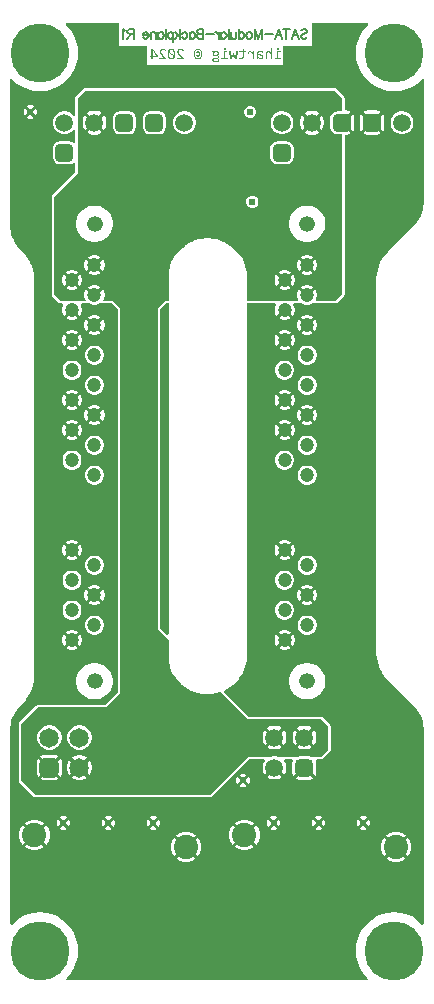
<source format=gbr>
G04*
G04 #@! TF.GenerationSoftware,Altium Limited,Altium Designer,22.11.1 (43)*
G04*
G04 Layer_Physical_Order=4*
G04 Layer_Color=16711680*
%FSLAX44Y44*%
%MOMM*%
G71*
G04*
G04 #@! TF.SameCoordinates,6BFD124F-6662-46D6-B746-139303AAAD4B*
G04*
G04*
G04 #@! TF.FilePolarity,Positive*
G04*
G01*
G75*
%ADD18C,2.0500*%
%ADD30C,1.3400*%
%ADD31C,1.2000*%
%ADD32C,1.5000*%
G04:AMPARAMS|DCode=33|XSize=1.5mm|YSize=1.5mm|CornerRadius=0.375mm|HoleSize=0mm|Usage=FLASHONLY|Rotation=90.000|XOffset=0mm|YOffset=0mm|HoleType=Round|Shape=RoundedRectangle|*
%AMROUNDEDRECTD33*
21,1,1.5000,0.7500,0,0,90.0*
21,1,0.7500,1.5000,0,0,90.0*
1,1,0.7500,0.3750,0.3750*
1,1,0.7500,0.3750,-0.3750*
1,1,0.7500,-0.3750,-0.3750*
1,1,0.7500,-0.3750,0.3750*
%
%ADD33ROUNDEDRECTD33*%
G04:AMPARAMS|DCode=34|XSize=1.52mm|YSize=1.52mm|CornerRadius=0.38mm|HoleSize=0mm|Usage=FLASHONLY|Rotation=0.000|XOffset=0mm|YOffset=0mm|HoleType=Round|Shape=RoundedRectangle|*
%AMROUNDEDRECTD34*
21,1,1.5200,0.7600,0,0,0.0*
21,1,0.7600,1.5200,0,0,0.0*
1,1,0.7600,0.3800,-0.3800*
1,1,0.7600,-0.3800,-0.3800*
1,1,0.7600,-0.3800,0.3800*
1,1,0.7600,0.3800,0.3800*
%
%ADD34ROUNDEDRECTD34*%
%ADD35C,1.5200*%
G04:AMPARAMS|DCode=36|XSize=1.65mm|YSize=1.65mm|CornerRadius=0.4125mm|HoleSize=0mm|Usage=FLASHONLY|Rotation=270.000|XOffset=0mm|YOffset=0mm|HoleType=Round|Shape=RoundedRectangle|*
%AMROUNDEDRECTD36*
21,1,1.6500,0.8250,0,0,270.0*
21,1,0.8250,1.6500,0,0,270.0*
1,1,0.8250,-0.4125,-0.4125*
1,1,0.8250,-0.4125,0.4125*
1,1,0.8250,0.4125,0.4125*
1,1,0.8250,0.4125,-0.4125*
%
%ADD36ROUNDEDRECTD36*%
%ADD37C,1.6500*%
%ADD38C,5.0000*%
G04:AMPARAMS|DCode=39|XSize=1.52mm|YSize=1.52mm|CornerRadius=0.38mm|HoleSize=0mm|Usage=FLASHONLY|Rotation=90.000|XOffset=0mm|YOffset=0mm|HoleType=Round|Shape=RoundedRectangle|*
%AMROUNDEDRECTD39*
21,1,1.5200,0.7600,0,0,90.0*
21,1,0.7600,1.5200,0,0,90.0*
1,1,0.7600,0.3800,0.3800*
1,1,0.7600,0.3800,-0.3800*
1,1,0.7600,-0.3800,-0.3800*
1,1,0.7600,-0.3800,0.3800*
%
%ADD39ROUNDEDRECTD39*%
%ADD40C,0.6096*%
%ADD56C,0.1500*%
G36*
X750827Y1118941D02*
X750887Y1117696D01*
X750887Y1117671D01*
Y1099968D01*
X774979D01*
Y1083936D01*
X890064D01*
Y1099968D01*
X914032D01*
Y1117671D01*
X914092Y1118941D01*
X961661D01*
X962101Y1117750D01*
X961103Y1116897D01*
X957803Y1113034D01*
X955148Y1108701D01*
X953203Y1104007D01*
X952017Y1099066D01*
X951618Y1094000D01*
X952017Y1088934D01*
X953203Y1083994D01*
X955148Y1079299D01*
X957803Y1074966D01*
X961103Y1071103D01*
X964966Y1067803D01*
X969299Y1065148D01*
X973994Y1063203D01*
X978934Y1062017D01*
X984000Y1061618D01*
X989066Y1062017D01*
X994007Y1063203D01*
X998701Y1065148D01*
X1003034Y1067803D01*
X1006897Y1071103D01*
X1007750Y1072101D01*
X1008941Y1071661D01*
X1008941Y967400D01*
X1008941Y966044D01*
X1008676Y963345D01*
X1008147Y960685D01*
X1007359Y958090D01*
X1006321Y955584D01*
X1005043Y953193D01*
X1003536Y950938D01*
X1001816Y948841D01*
X1000857Y947883D01*
X1000857Y947883D01*
X978818Y925843D01*
X978796Y925811D01*
X978765Y925789D01*
X977727Y924699D01*
X977666Y924603D01*
X977578Y924531D01*
X975669Y922205D01*
X975598Y922071D01*
X975491Y921964D01*
X973819Y919462D01*
X973761Y919322D01*
X973665Y919204D01*
X972246Y916551D01*
X972202Y916406D01*
X972118Y916280D01*
X970966Y913500D01*
X970937Y913351D01*
X970865Y913217D01*
X969992Y910338D01*
X969977Y910187D01*
X969919Y910047D01*
X969332Y907095D01*
Y906944D01*
X969288Y906799D01*
X968993Y903804D01*
X969004Y903691D01*
X968979Y903579D01*
X968942Y902075D01*
X968949Y902037D01*
X968941Y902000D01*
Y586700D01*
X968949Y586663D01*
X968942Y586625D01*
X968979Y585121D01*
X969004Y585009D01*
X968993Y584896D01*
X969288Y581901D01*
X969332Y581756D01*
Y581604D01*
X969919Y578653D01*
X969977Y578513D01*
X969992Y578362D01*
X970865Y575483D01*
X970937Y575349D01*
X970966Y575200D01*
X972118Y572420D01*
X972202Y572294D01*
X972246Y572149D01*
X973665Y569496D01*
X973761Y569378D01*
X973819Y569238D01*
X975491Y566736D01*
X975598Y566629D01*
X975669Y566495D01*
X977578Y564169D01*
X977666Y564097D01*
X977727Y564001D01*
X978765Y562911D01*
X978796Y562889D01*
X978818Y562857D01*
X1000857Y540817D01*
X1001816Y539859D01*
X1003536Y537762D01*
X1005043Y535507D01*
X1006321Y533115D01*
X1007359Y530610D01*
X1008146Y528015D01*
X1008676Y525355D01*
X1008941Y522656D01*
X1008941Y521300D01*
Y356339D01*
X1007750Y355899D01*
X1006897Y356897D01*
X1003034Y360197D01*
X998701Y362852D01*
X994007Y364797D01*
X989066Y365983D01*
X984000Y366382D01*
X978934Y365983D01*
X973994Y364797D01*
X969299Y362852D01*
X964966Y360197D01*
X961103Y356897D01*
X957803Y353034D01*
X955148Y348701D01*
X953203Y344007D01*
X952017Y339066D01*
X951618Y334000D01*
X952017Y328934D01*
X953203Y323993D01*
X955148Y319299D01*
X957803Y314966D01*
X961103Y311103D01*
X962101Y310250D01*
X961661Y309059D01*
X706339Y309059D01*
X705899Y310250D01*
X706897Y311103D01*
X710198Y314966D01*
X712852Y319299D01*
X714797Y323993D01*
X715983Y328934D01*
X716382Y334000D01*
X715983Y339066D01*
X714797Y344007D01*
X712852Y348701D01*
X710198Y353034D01*
X706897Y356897D01*
X703034Y360197D01*
X698701Y362852D01*
X694007Y364797D01*
X689066Y365983D01*
X684000Y366382D01*
X678934Y365983D01*
X673994Y364797D01*
X669299Y362852D01*
X664966Y360197D01*
X661103Y356897D01*
X660250Y355899D01*
X659059Y356339D01*
X659059Y521300D01*
Y522656D01*
X659324Y525355D01*
X659854Y528015D01*
X660641Y530610D01*
X661679Y533115D01*
X662957Y535507D01*
X664464Y537762D01*
X666184Y539859D01*
X667143Y540817D01*
X667143Y540817D01*
X669183Y542857D01*
X669204Y542889D01*
X669235Y542911D01*
X670273Y544001D01*
X670334Y544097D01*
X670422Y544169D01*
X672331Y546495D01*
X672402Y546629D01*
X672509Y546736D01*
X674181Y549238D01*
X674239Y549378D01*
X674335Y549496D01*
X675754Y552149D01*
X675798Y552294D01*
X675882Y552421D01*
X677033Y555200D01*
X677063Y555349D01*
X677135Y555483D01*
X678008Y558362D01*
X678023Y558513D01*
X678081Y558653D01*
X678668Y561604D01*
Y561756D01*
X678712Y561901D01*
X679007Y564896D01*
X678996Y565009D01*
X679021Y565120D01*
X679058Y566625D01*
X679051Y566663D01*
X679059Y566700D01*
X679059Y902000D01*
X679051Y902037D01*
X679058Y902075D01*
X679021Y903579D01*
X678996Y903691D01*
X679007Y903804D01*
X678712Y906799D01*
X678668Y906944D01*
Y907095D01*
X678081Y910046D01*
X678023Y910187D01*
X678008Y910338D01*
X677135Y913217D01*
X677063Y913351D01*
X677033Y913500D01*
X675882Y916280D01*
X675798Y916406D01*
X675754Y916551D01*
X674335Y919204D01*
X674239Y919322D01*
X674181Y919462D01*
X672509Y921964D01*
X672402Y922071D01*
X672331Y922205D01*
X670422Y924531D01*
X670334Y924603D01*
X670273Y924699D01*
X669235Y925789D01*
X669204Y925811D01*
X669183Y925843D01*
X667143Y927882D01*
X667143Y927883D01*
X666184Y928841D01*
X664464Y930938D01*
X662957Y933193D01*
X661678Y935584D01*
X660641Y938090D01*
X659854Y940685D01*
X659324Y943345D01*
X659059Y946044D01*
X659059Y947400D01*
Y1071661D01*
X660250Y1072101D01*
X661103Y1071103D01*
X664966Y1067803D01*
X669299Y1065148D01*
X673994Y1063203D01*
X678934Y1062017D01*
X684000Y1061618D01*
X689066Y1062017D01*
X694007Y1063203D01*
X698701Y1065148D01*
X703034Y1067803D01*
X706897Y1071103D01*
X710198Y1074966D01*
X712852Y1079299D01*
X714797Y1083994D01*
X715983Y1088934D01*
X716382Y1094000D01*
X715983Y1099066D01*
X714797Y1104007D01*
X712852Y1108701D01*
X710198Y1113034D01*
X706897Y1116897D01*
X705899Y1117750D01*
X706339Y1118941D01*
X750827D01*
D02*
G37*
G36*
X885552Y1098246D02*
X885674Y1098231D01*
X885750Y1098201D01*
X885765Y1098185D01*
X885780D01*
X885902Y1098124D01*
X885993Y1098064D01*
X886054Y1098003D01*
X886069Y1097988D01*
X886145Y1097896D01*
X886206Y1097805D01*
X886252Y1097729D01*
X886267Y1097714D01*
Y1097699D01*
X886298Y1097577D01*
X886313Y1097455D01*
X886328Y1097379D01*
Y1097364D01*
Y1097348D01*
X886313Y1097212D01*
X886298Y1097090D01*
X886282Y1097014D01*
X886267Y1096999D01*
Y1096983D01*
X886206Y1096862D01*
X886145Y1096770D01*
X886085Y1096710D01*
X886069Y1096694D01*
X885978Y1096618D01*
X885872Y1096557D01*
X885811Y1096512D01*
X885780Y1096497D01*
X885658Y1096466D01*
X885537Y1096451D01*
X885445Y1096436D01*
X885415D01*
X885278Y1096451D01*
X885172Y1096466D01*
X885096Y1096481D01*
X885065Y1096497D01*
X884943Y1096557D01*
X884852Y1096618D01*
X884791Y1096679D01*
X884776Y1096694D01*
X884700Y1096786D01*
X884624Y1096892D01*
X884594Y1096953D01*
X884578Y1096983D01*
X884533Y1097105D01*
X884517Y1097227D01*
X884502Y1097318D01*
Y1097333D01*
Y1097348D01*
X884517Y1097486D01*
X884533Y1097592D01*
X884563Y1097668D01*
X884578Y1097699D01*
X884639Y1097820D01*
X884700Y1097912D01*
X884761Y1097972D01*
X884776Y1097988D01*
X884867Y1098064D01*
X884959Y1098140D01*
X885035Y1098170D01*
X885050Y1098185D01*
X885065D01*
X885187Y1098231D01*
X885309Y1098246D01*
X885385Y1098261D01*
X885415D01*
X885552Y1098246D01*
D02*
G37*
G36*
X840547D02*
X840669Y1098231D01*
X840745Y1098201D01*
X840760Y1098185D01*
X840776D01*
X840897Y1098124D01*
X840988Y1098064D01*
X841049Y1098003D01*
X841065Y1097988D01*
X841141Y1097896D01*
X841201Y1097805D01*
X841247Y1097729D01*
X841262Y1097714D01*
Y1097699D01*
X841293Y1097577D01*
X841308Y1097455D01*
X841323Y1097379D01*
Y1097364D01*
Y1097348D01*
X841308Y1097212D01*
X841293Y1097090D01*
X841277Y1097014D01*
X841262Y1096999D01*
Y1096983D01*
X841201Y1096862D01*
X841141Y1096770D01*
X841080Y1096710D01*
X841065Y1096694D01*
X840973Y1096618D01*
X840867Y1096557D01*
X840806Y1096512D01*
X840776Y1096497D01*
X840654Y1096466D01*
X840532Y1096451D01*
X840441Y1096436D01*
X840410D01*
X840273Y1096451D01*
X840167Y1096466D01*
X840091Y1096481D01*
X840060Y1096497D01*
X839939Y1096557D01*
X839847Y1096618D01*
X839787Y1096679D01*
X839771Y1096694D01*
X839695Y1096786D01*
X839619Y1096892D01*
X839589Y1096953D01*
X839574Y1096983D01*
X839528Y1097105D01*
X839513Y1097227D01*
X839497Y1097318D01*
Y1097333D01*
Y1097348D01*
X839513Y1097486D01*
X839528Y1097592D01*
X839558Y1097668D01*
X839574Y1097699D01*
X839634Y1097820D01*
X839695Y1097912D01*
X839756Y1097972D01*
X839771Y1097988D01*
X839863Y1098064D01*
X839954Y1098140D01*
X840030Y1098170D01*
X840045Y1098185D01*
X840060D01*
X840182Y1098231D01*
X840304Y1098246D01*
X840380Y1098261D01*
X840410D01*
X840547Y1098246D01*
D02*
G37*
G36*
X803347Y1097577D02*
X803637Y1097546D01*
X803895Y1097486D01*
X804108Y1097440D01*
X804291Y1097379D01*
X804428Y1097318D01*
X804504Y1097288D01*
X804534Y1097272D01*
X804762Y1097151D01*
X804976Y1097014D01*
X805173Y1096877D01*
X805341Y1096755D01*
X805478Y1096633D01*
X805569Y1096542D01*
X805645Y1096481D01*
X805660Y1096451D01*
X805021Y1095690D01*
X804869Y1095827D01*
X804732Y1095949D01*
X804595Y1096055D01*
X804473Y1096147D01*
X804352Y1096223D01*
X804276Y1096268D01*
X804215Y1096299D01*
X804200Y1096314D01*
X804032Y1096405D01*
X803850Y1096466D01*
X803682Y1096512D01*
X803530Y1096542D01*
X803393Y1096557D01*
X803287Y1096573D01*
X803043D01*
X802922Y1096557D01*
X802800Y1096527D01*
X802693Y1096512D01*
X802617Y1096481D01*
X802556Y1096451D01*
X802526Y1096436D01*
X802511D01*
X802313Y1096329D01*
X802161Y1096223D01*
X802115Y1096162D01*
X802069Y1096131D01*
X802054Y1096101D01*
X802039Y1096086D01*
X801917Y1095918D01*
X801826Y1095751D01*
X801796Y1095690D01*
X801780Y1095629D01*
X801765Y1095599D01*
Y1095584D01*
X801704Y1095371D01*
X801689Y1095158D01*
X801674Y1095082D01*
Y1095021D01*
Y1094975D01*
Y1094960D01*
X801689Y1094716D01*
X801704Y1094610D01*
Y1094519D01*
X801720Y1094443D01*
X801735Y1094382D01*
X801750Y1094351D01*
Y1094336D01*
X801811Y1094123D01*
X801902Y1093910D01*
X801948Y1093834D01*
X801978Y1093773D01*
X801993Y1093727D01*
X802009Y1093712D01*
X802176Y1093454D01*
X802267Y1093332D01*
X802359Y1093225D01*
X802435Y1093119D01*
X802495Y1093043D01*
X802541Y1092997D01*
X802556Y1092982D01*
X802693Y1092830D01*
X802830Y1092662D01*
X802982Y1092510D01*
X803135Y1092358D01*
X803256Y1092236D01*
X803363Y1092130D01*
X803424Y1092069D01*
X803454Y1092039D01*
X805691Y1089802D01*
Y1088767D01*
X799955D01*
Y1089878D01*
X804184D01*
X802617Y1091415D01*
X802420Y1091613D01*
X802222Y1091795D01*
X802054Y1091963D01*
X801917Y1092100D01*
X801796Y1092221D01*
X801720Y1092312D01*
X801659Y1092373D01*
X801644Y1092389D01*
X801491Y1092556D01*
X801370Y1092723D01*
X801248Y1092875D01*
X801157Y1092997D01*
X801081Y1093119D01*
X801020Y1093195D01*
X800989Y1093256D01*
X800974Y1093271D01*
X800791Y1093590D01*
X800731Y1093727D01*
X800670Y1093864D01*
X800624Y1093971D01*
X800594Y1094047D01*
X800563Y1094108D01*
Y1094123D01*
X800487Y1094443D01*
X800457Y1094610D01*
X800442Y1094747D01*
X800426Y1094868D01*
Y1094960D01*
Y1095036D01*
Y1095051D01*
X800442Y1095264D01*
X800457Y1095462D01*
X800487Y1095645D01*
X800518Y1095812D01*
X800563Y1095934D01*
X800594Y1096040D01*
X800609Y1096101D01*
X800624Y1096116D01*
X800700Y1096283D01*
X800776Y1096436D01*
X800868Y1096573D01*
X800959Y1096694D01*
X801035Y1096786D01*
X801096Y1096846D01*
X801141Y1096892D01*
X801157Y1096907D01*
X801294Y1097029D01*
X801431Y1097120D01*
X801567Y1097212D01*
X801704Y1097288D01*
X801826Y1097333D01*
X801917Y1097379D01*
X801978Y1097409D01*
X801993D01*
X802176Y1097470D01*
X802359Y1097516D01*
X802526Y1097546D01*
X802693Y1097577D01*
X802830D01*
X802952Y1097592D01*
X803043D01*
X803347Y1097577D01*
D02*
G37*
G36*
X788346D02*
X788635Y1097546D01*
X788894Y1097486D01*
X789107Y1097440D01*
X789289Y1097379D01*
X789426Y1097318D01*
X789502Y1097288D01*
X789533Y1097272D01*
X789761Y1097151D01*
X789974Y1097014D01*
X790172Y1096877D01*
X790339Y1096755D01*
X790476Y1096633D01*
X790567Y1096542D01*
X790643Y1096481D01*
X790659Y1096451D01*
X790020Y1095690D01*
X789867Y1095827D01*
X789731Y1095949D01*
X789594Y1096055D01*
X789472Y1096147D01*
X789350Y1096223D01*
X789274Y1096268D01*
X789213Y1096299D01*
X789198Y1096314D01*
X789031Y1096405D01*
X788848Y1096466D01*
X788681Y1096512D01*
X788529Y1096542D01*
X788392Y1096557D01*
X788285Y1096573D01*
X788042D01*
X787920Y1096557D01*
X787798Y1096527D01*
X787692Y1096512D01*
X787616Y1096481D01*
X787555Y1096451D01*
X787524Y1096436D01*
X787509D01*
X787311Y1096329D01*
X787159Y1096223D01*
X787114Y1096162D01*
X787068Y1096131D01*
X787053Y1096101D01*
X787038Y1096086D01*
X786916Y1095918D01*
X786824Y1095751D01*
X786794Y1095690D01*
X786779Y1095629D01*
X786764Y1095599D01*
Y1095584D01*
X786703Y1095371D01*
X786688Y1095158D01*
X786672Y1095082D01*
Y1095021D01*
Y1094975D01*
Y1094960D01*
X786688Y1094716D01*
X786703Y1094610D01*
Y1094519D01*
X786718Y1094443D01*
X786733Y1094382D01*
X786748Y1094351D01*
Y1094336D01*
X786809Y1094123D01*
X786901Y1093910D01*
X786946Y1093834D01*
X786977Y1093773D01*
X786992Y1093727D01*
X787007Y1093712D01*
X787174Y1093454D01*
X787266Y1093332D01*
X787357Y1093225D01*
X787433Y1093119D01*
X787494Y1093043D01*
X787540Y1092997D01*
X787555Y1092982D01*
X787692Y1092830D01*
X787829Y1092662D01*
X787981Y1092510D01*
X788133Y1092358D01*
X788255Y1092236D01*
X788361Y1092130D01*
X788422Y1092069D01*
X788452Y1092039D01*
X790689Y1089802D01*
Y1088767D01*
X784953D01*
Y1089878D01*
X789183D01*
X787616Y1091415D01*
X787418Y1091613D01*
X787220Y1091795D01*
X787053Y1091963D01*
X786916Y1092100D01*
X786794Y1092221D01*
X786718Y1092312D01*
X786657Y1092373D01*
X786642Y1092389D01*
X786490Y1092556D01*
X786368Y1092723D01*
X786246Y1092875D01*
X786155Y1092997D01*
X786079Y1093119D01*
X786018Y1093195D01*
X785988Y1093256D01*
X785973Y1093271D01*
X785790Y1093590D01*
X785729Y1093727D01*
X785668Y1093864D01*
X785622Y1093971D01*
X785592Y1094047D01*
X785562Y1094108D01*
Y1094123D01*
X785486Y1094443D01*
X785455Y1094610D01*
X785440Y1094747D01*
X785425Y1094868D01*
Y1094960D01*
Y1095036D01*
Y1095051D01*
X785440Y1095264D01*
X785455Y1095462D01*
X785486Y1095645D01*
X785516Y1095812D01*
X785562Y1095934D01*
X785592Y1096040D01*
X785607Y1096101D01*
X785622Y1096116D01*
X785699Y1096283D01*
X785775Y1096436D01*
X785866Y1096573D01*
X785957Y1096694D01*
X786033Y1096786D01*
X786094Y1096846D01*
X786140Y1096892D01*
X786155Y1096907D01*
X786292Y1097029D01*
X786429Y1097120D01*
X786566Y1097212D01*
X786703Y1097288D01*
X786824Y1097333D01*
X786916Y1097379D01*
X786977Y1097409D01*
X786992D01*
X787174Y1097470D01*
X787357Y1097516D01*
X787524Y1097546D01*
X787692Y1097577D01*
X787829D01*
X787950Y1097592D01*
X788042D01*
X788346Y1097577D01*
D02*
G37*
G36*
X880607Y1088767D02*
X879451D01*
Y1093195D01*
X879329Y1093347D01*
X879223Y1093469D01*
X879116Y1093590D01*
X879025Y1093682D01*
X878964Y1093758D01*
X878903Y1093819D01*
X878873Y1093849D01*
X878858Y1093864D01*
X878675Y1094047D01*
X878523Y1094184D01*
X878462Y1094230D01*
X878416Y1094260D01*
X878401Y1094290D01*
X878386D01*
X878219Y1094382D01*
X878082Y1094458D01*
X877990Y1094488D01*
X877975Y1094503D01*
X877960D01*
X877808Y1094549D01*
X877656Y1094564D01*
X877595Y1094579D01*
X877519D01*
X877336Y1094564D01*
X877169Y1094519D01*
X877032Y1094458D01*
X876910Y1094382D01*
X876819Y1094306D01*
X876743Y1094245D01*
X876712Y1094199D01*
X876697Y1094184D01*
X876591Y1094032D01*
X876515Y1093849D01*
X876469Y1093651D01*
X876423Y1093469D01*
X876408Y1093286D01*
X876393Y1093149D01*
Y1093058D01*
Y1093043D01*
Y1093028D01*
Y1088767D01*
X875237D01*
Y1093134D01*
X875267Y1093560D01*
X875328Y1093941D01*
X875404Y1094245D01*
X875510Y1094503D01*
X875617Y1094701D01*
X875693Y1094853D01*
X875754Y1094929D01*
X875784Y1094960D01*
X876012Y1095173D01*
X876256Y1095325D01*
X876515Y1095432D01*
X876758Y1095508D01*
X876986Y1095553D01*
X877169Y1095568D01*
X877245Y1095584D01*
X877336D01*
X877549Y1095568D01*
X877732Y1095553D01*
X877793Y1095538D01*
X877853D01*
X877884Y1095523D01*
X877899D01*
X878097Y1095462D01*
X878279Y1095401D01*
X878340Y1095355D01*
X878401Y1095340D01*
X878432Y1095310D01*
X878447D01*
X878629Y1095188D01*
X878797Y1095082D01*
X878873Y1095021D01*
X878919Y1094990D01*
X878949Y1094960D01*
X878964Y1094945D01*
X879162Y1094777D01*
X879329Y1094595D01*
X879390Y1094519D01*
X879451Y1094458D01*
X879481Y1094412D01*
X879497Y1094397D01*
X879451Y1095462D01*
Y1098185D01*
X880607D01*
Y1088767D01*
D02*
G37*
G36*
X870748Y1095568D02*
X870839D01*
X870931Y1095553D01*
X870992D01*
X871037Y1095538D01*
X871052D01*
X871281Y1095508D01*
X871479Y1095477D01*
X871570Y1095462D01*
X871631D01*
X871661Y1095447D01*
X871676D01*
X871889Y1095401D01*
X872072Y1095355D01*
X872148Y1095340D01*
X872209Y1095325D01*
X872239Y1095310D01*
X872254D01*
X872437Y1095249D01*
X872589Y1095203D01*
X872650Y1095188D01*
X872696Y1095173D01*
X872711Y1095158D01*
X872726D01*
Y1094108D01*
X872300Y1094260D01*
X872117Y1094321D01*
X871950Y1094367D01*
X871798Y1094412D01*
X871692Y1094443D01*
X871631Y1094458D01*
X871600D01*
X871189Y1094534D01*
X871007Y1094564D01*
X870839Y1094579D01*
X870703Y1094595D01*
X870490D01*
X870216Y1094579D01*
X869972Y1094534D01*
X869774Y1094473D01*
X869607Y1094412D01*
X869485Y1094351D01*
X869394Y1094290D01*
X869333Y1094245D01*
X869318Y1094230D01*
X869196Y1094077D01*
X869105Y1093925D01*
X869029Y1093773D01*
X868983Y1093621D01*
X868953Y1093484D01*
X868938Y1093378D01*
Y1093301D01*
Y1093271D01*
Y1092693D01*
X870596D01*
X870855Y1092662D01*
X871083Y1092647D01*
X871296Y1092602D01*
X871494Y1092556D01*
X871676Y1092510D01*
X871844Y1092465D01*
X871981Y1092404D01*
X872117Y1092343D01*
X872224Y1092297D01*
X872330Y1092252D01*
X872407Y1092206D01*
X872467Y1092176D01*
X872513Y1092145D01*
X872528Y1092115D01*
X872543D01*
X872681Y1092008D01*
X872787Y1091887D01*
X872894Y1091765D01*
X872970Y1091628D01*
X873107Y1091369D01*
X873198Y1091126D01*
X873243Y1090898D01*
X873274Y1090715D01*
X873289Y1090639D01*
Y1090593D01*
Y1090563D01*
Y1090548D01*
X873274Y1090258D01*
X873243Y1090122D01*
X873228Y1090015D01*
X873198Y1089924D01*
X873183Y1089848D01*
X873167Y1089802D01*
Y1089787D01*
X873061Y1089543D01*
X873000Y1089437D01*
X872924Y1089346D01*
X872878Y1089285D01*
X872833Y1089224D01*
X872802Y1089193D01*
X872787Y1089178D01*
X872574Y1089011D01*
X872361Y1088889D01*
X872254Y1088844D01*
X872178Y1088813D01*
X872133Y1088783D01*
X872117D01*
X871798Y1088707D01*
X871631Y1088676D01*
X871479Y1088661D01*
X871342D01*
X871235Y1088646D01*
X871144D01*
X870916Y1088661D01*
X870687Y1088676D01*
X870490Y1088722D01*
X870322Y1088767D01*
X870170Y1088798D01*
X870048Y1088844D01*
X869987Y1088859D01*
X869957Y1088874D01*
X869744Y1088980D01*
X869546Y1089102D01*
X869364Y1089239D01*
X869196Y1089361D01*
X869044Y1089483D01*
X868938Y1089574D01*
X868877Y1089635D01*
X868846Y1089665D01*
X868816Y1088767D01*
X867766D01*
Y1093378D01*
Y1093575D01*
X867797Y1093773D01*
X867827Y1093941D01*
X867857Y1094077D01*
X867888Y1094199D01*
X867918Y1094275D01*
X867934Y1094336D01*
X867949Y1094351D01*
X868025Y1094503D01*
X868101Y1094625D01*
X868192Y1094747D01*
X868268Y1094853D01*
X868344Y1094929D01*
X868405Y1094990D01*
X868451Y1095021D01*
X868466Y1095036D01*
X868740Y1095219D01*
X868877Y1095279D01*
X868998Y1095340D01*
X869120Y1095386D01*
X869212Y1095416D01*
X869272Y1095447D01*
X869288D01*
X869668Y1095523D01*
X869851Y1095553D01*
X870018Y1095568D01*
X870170Y1095584D01*
X870627D01*
X870748Y1095568D01*
D02*
G37*
G36*
X850482Y1088767D02*
X849113D01*
X848185Y1091521D01*
X847957Y1092236D01*
X847759Y1091567D01*
X846785Y1088767D01*
X845386D01*
X844412Y1095462D01*
X845553D01*
X846070Y1090867D01*
X846177Y1089939D01*
X846481Y1090806D01*
X847531Y1093788D01*
X848367D01*
X849341Y1090776D01*
X849630Y1089893D01*
X849752Y1090898D01*
X850315Y1095462D01*
X851441D01*
X850482Y1088767D01*
D02*
G37*
G36*
X856872Y1097303D02*
Y1095462D01*
X858744D01*
Y1094488D01*
X856872D01*
Y1090989D01*
X856842Y1090578D01*
X856781Y1090213D01*
X856675Y1089909D01*
X856568Y1089665D01*
X856462Y1089483D01*
X856355Y1089346D01*
X856294Y1089270D01*
X856264Y1089239D01*
X856005Y1089057D01*
X855701Y1088920D01*
X855397Y1088813D01*
X855092Y1088752D01*
X854803Y1088707D01*
X854682Y1088691D01*
X854590D01*
X854499Y1088676D01*
X854377D01*
X854058Y1088691D01*
X853921D01*
X853784Y1088707D01*
X853677D01*
X853601Y1088722D01*
X853525D01*
X853221Y1088767D01*
X853084Y1088783D01*
X852947Y1088813D01*
X852856Y1088828D01*
X852765Y1088844D01*
X852719Y1088859D01*
X852704D01*
Y1089863D01*
X853008Y1089787D01*
X853145Y1089756D01*
X853267Y1089741D01*
X853373Y1089711D01*
X853449D01*
X853495Y1089696D01*
X853510D01*
X853784Y1089665D01*
X853906D01*
X853997Y1089650D01*
X854210D01*
X854469Y1089665D01*
X854697Y1089711D01*
X854895Y1089756D01*
X855047Y1089833D01*
X855169Y1089893D01*
X855260Y1089939D01*
X855321Y1089985D01*
X855336Y1090000D01*
X855458Y1090152D01*
X855549Y1090319D01*
X855625Y1090502D01*
X855671Y1090669D01*
X855701Y1090837D01*
X855716Y1090958D01*
Y1091050D01*
Y1091065D01*
Y1091080D01*
Y1094488D01*
X852704D01*
Y1095462D01*
X855716D01*
Y1097607D01*
X856872Y1097303D01*
D02*
G37*
G36*
X887819Y1094503D02*
X885826D01*
Y1089741D01*
X888032D01*
Y1088767D01*
X882661D01*
Y1089741D01*
X884654D01*
Y1095462D01*
X887819D01*
Y1094503D01*
D02*
G37*
G36*
X862137Y1095568D02*
X862350Y1095538D01*
X862548Y1095477D01*
X862715Y1095416D01*
X862867Y1095355D01*
X862974Y1095295D01*
X863050Y1095264D01*
X863080Y1095249D01*
X863293Y1095112D01*
X863506Y1094960D01*
X863704Y1094777D01*
X863886Y1094610D01*
X864039Y1094458D01*
X864145Y1094336D01*
X864221Y1094245D01*
X864252Y1094230D01*
Y1094214D01*
X864282Y1095462D01*
X865332D01*
Y1088767D01*
X864160D01*
Y1093058D01*
X864039Y1093210D01*
X863932Y1093332D01*
X863826Y1093454D01*
X863749Y1093560D01*
X863673Y1093636D01*
X863613Y1093697D01*
X863582Y1093727D01*
X863567Y1093743D01*
X863369Y1093941D01*
X863202Y1094093D01*
X863141Y1094138D01*
X863095Y1094184D01*
X863065Y1094199D01*
X863050Y1094214D01*
X862867Y1094336D01*
X862715Y1094427D01*
X862654Y1094458D01*
X862608Y1094473D01*
X862578Y1094488D01*
X862563D01*
X862380Y1094549D01*
X862228Y1094564D01*
X862182Y1094579D01*
X862091D01*
X861908Y1094564D01*
X861741Y1094519D01*
X861604Y1094443D01*
X861482Y1094382D01*
X861406Y1094306D01*
X861330Y1094230D01*
X861300Y1094184D01*
X861285Y1094169D01*
X861193Y1094001D01*
X861117Y1093803D01*
X861072Y1093590D01*
X861041Y1093393D01*
X861026Y1093195D01*
X861011Y1093043D01*
Y1092982D01*
Y1092952D01*
Y1092921D01*
Y1092906D01*
X859839D01*
Y1093149D01*
X859855Y1093378D01*
X859870Y1093575D01*
X859900Y1093773D01*
X859946Y1093956D01*
X859992Y1094123D01*
X860037Y1094260D01*
X860083Y1094397D01*
X860128Y1094519D01*
X860174Y1094625D01*
X860220Y1094701D01*
X860265Y1094777D01*
X860296Y1094823D01*
X860311Y1094868D01*
X860341Y1094899D01*
X860448Y1095021D01*
X860554Y1095127D01*
X860813Y1095295D01*
X861072Y1095416D01*
X861330Y1095492D01*
X861559Y1095553D01*
X861665Y1095568D01*
X861756D01*
X861817Y1095584D01*
X861924D01*
X862137Y1095568D01*
D02*
G37*
G36*
X842814Y1094503D02*
X840821D01*
Y1089741D01*
X843027D01*
Y1088767D01*
X837656D01*
Y1089741D01*
X839650D01*
Y1095462D01*
X842814D01*
Y1094503D01*
D02*
G37*
G36*
X783873Y1091704D02*
Y1090685D01*
X779689D01*
Y1088767D01*
X778502D01*
Y1090685D01*
X777011D01*
Y1091704D01*
X778502D01*
Y1097470D01*
X780176D01*
X783873Y1091704D01*
D02*
G37*
G36*
X818212Y1097561D02*
X818501Y1097531D01*
X818760Y1097470D01*
X818988Y1097409D01*
X819171Y1097348D01*
X819308Y1097288D01*
X819399Y1097257D01*
X819414Y1097242D01*
X819429D01*
X819673Y1097105D01*
X819886Y1096953D01*
X820084Y1096801D01*
X820251Y1096649D01*
X820403Y1096527D01*
X820494Y1096405D01*
X820571Y1096344D01*
X820586Y1096314D01*
X820753Y1096086D01*
X820905Y1095857D01*
X821042Y1095614D01*
X821133Y1095401D01*
X821225Y1095203D01*
X821286Y1095051D01*
X821301Y1094990D01*
X821316Y1094945D01*
X821331Y1094929D01*
Y1094914D01*
X821423Y1094595D01*
X821483Y1094290D01*
X821529Y1093986D01*
X821559Y1093697D01*
X821575Y1093454D01*
Y1093362D01*
X821590Y1093271D01*
Y1093195D01*
Y1093149D01*
Y1093119D01*
Y1093104D01*
X821575Y1092769D01*
X821544Y1092434D01*
X821514Y1092145D01*
X821468Y1091887D01*
X821423Y1091658D01*
X821377Y1091491D01*
X821362Y1091430D01*
Y1091384D01*
X821346Y1091369D01*
Y1091354D01*
X821240Y1091065D01*
X821133Y1090791D01*
X821012Y1090548D01*
X820890Y1090335D01*
X820799Y1090167D01*
X820707Y1090045D01*
X820647Y1089969D01*
X820631Y1089939D01*
X820449Y1089726D01*
X820251Y1089543D01*
X820053Y1089376D01*
X819871Y1089239D01*
X819718Y1089133D01*
X819582Y1089057D01*
X819505Y1089011D01*
X819475Y1088996D01*
X819216Y1088889D01*
X818942Y1088798D01*
X818684Y1088737D01*
X818456Y1088707D01*
X818243Y1088676D01*
X818075Y1088661D01*
X817938D01*
X817634Y1088676D01*
X817360Y1088707D01*
X817102Y1088767D01*
X816873Y1088828D01*
X816691Y1088874D01*
X816554Y1088935D01*
X816462Y1088965D01*
X816432Y1088980D01*
X816189Y1089117D01*
X815960Y1089254D01*
X815763Y1089407D01*
X815595Y1089559D01*
X815443Y1089696D01*
X815352Y1089802D01*
X815276Y1089863D01*
X815261Y1089893D01*
X815093Y1090122D01*
X814941Y1090365D01*
X814804Y1090609D01*
X814698Y1090822D01*
X814622Y1091019D01*
X814561Y1091171D01*
X814546Y1091232D01*
X814530Y1091278D01*
X814515Y1091293D01*
Y1091308D01*
X814424Y1091628D01*
X814363Y1091932D01*
X814302Y1092236D01*
X814272Y1092510D01*
X814256Y1092754D01*
Y1092860D01*
X814241Y1092936D01*
Y1093012D01*
Y1093058D01*
Y1093088D01*
Y1093104D01*
X814256Y1093454D01*
X814287Y1093773D01*
X814317Y1094077D01*
X814363Y1094336D01*
X814424Y1094549D01*
X814454Y1094716D01*
X814469Y1094777D01*
X814485Y1094823D01*
X814500Y1094838D01*
Y1094853D01*
X814606Y1095158D01*
X814713Y1095416D01*
X814835Y1095660D01*
X814941Y1095873D01*
X815048Y1096040D01*
X815139Y1096162D01*
X815200Y1096238D01*
X815215Y1096268D01*
X815397Y1096481D01*
X815595Y1096679D01*
X815793Y1096846D01*
X815976Y1096983D01*
X816128Y1097090D01*
X816249Y1097166D01*
X816341Y1097212D01*
X816356Y1097227D01*
X816371D01*
X816630Y1097348D01*
X816904Y1097425D01*
X817162Y1097486D01*
X817391Y1097531D01*
X817604Y1097561D01*
X817771Y1097577D01*
X817908D01*
X818212Y1097561D01*
D02*
G37*
G36*
X795634Y1097577D02*
X795908Y1097546D01*
X796151Y1097486D01*
X796349Y1097425D01*
X796531Y1097364D01*
X796653Y1097303D01*
X796729Y1097272D01*
X796760Y1097257D01*
X796973Y1097120D01*
X797170Y1096983D01*
X797353Y1096831D01*
X797490Y1096679D01*
X797612Y1096542D01*
X797703Y1096436D01*
X797764Y1096375D01*
X797779Y1096344D01*
X797916Y1096116D01*
X798038Y1095873D01*
X798144Y1095645D01*
X798220Y1095416D01*
X798281Y1095219D01*
X798342Y1095066D01*
X798357Y1095005D01*
Y1094960D01*
X798372Y1094945D01*
Y1094929D01*
X798433Y1094610D01*
X798479Y1094306D01*
X798524Y1093986D01*
X798540Y1093712D01*
X798555Y1093469D01*
X798570Y1093362D01*
Y1093271D01*
Y1093195D01*
Y1093149D01*
Y1093119D01*
Y1093104D01*
X798555Y1092693D01*
X798540Y1092297D01*
X798509Y1091963D01*
X798464Y1091674D01*
X798418Y1091430D01*
X798403Y1091323D01*
X798388Y1091247D01*
X798372Y1091187D01*
Y1091141D01*
X798357Y1091111D01*
Y1091095D01*
X798266Y1090791D01*
X798175Y1090532D01*
X798068Y1090289D01*
X797962Y1090091D01*
X797870Y1089924D01*
X797794Y1089817D01*
X797749Y1089741D01*
X797733Y1089711D01*
X797566Y1089513D01*
X797414Y1089361D01*
X797246Y1089209D01*
X797094Y1089102D01*
X796957Y1089011D01*
X796851Y1088950D01*
X796790Y1088920D01*
X796760Y1088904D01*
X796531Y1088813D01*
X796318Y1088752D01*
X796105Y1088707D01*
X795908Y1088676D01*
X795740Y1088661D01*
X795603Y1088646D01*
X795482D01*
X795177Y1088661D01*
X794919Y1088691D01*
X794675Y1088752D01*
X794462Y1088813D01*
X794295Y1088859D01*
X794173Y1088920D01*
X794097Y1088950D01*
X794067Y1088965D01*
X793854Y1089102D01*
X793656Y1089239D01*
X793488Y1089391D01*
X793336Y1089528D01*
X793215Y1089665D01*
X793139Y1089772D01*
X793078Y1089833D01*
X793063Y1089863D01*
X792910Y1090091D01*
X792789Y1090335D01*
X792682Y1090578D01*
X792606Y1090791D01*
X792545Y1090989D01*
X792484Y1091141D01*
X792469Y1091202D01*
Y1091247D01*
X792454Y1091263D01*
Y1091278D01*
X792378Y1091597D01*
X792332Y1091917D01*
X792287Y1092221D01*
X792271Y1092510D01*
X792256Y1092754D01*
X792241Y1092845D01*
Y1092936D01*
Y1093012D01*
Y1093058D01*
Y1093088D01*
Y1093104D01*
X792256Y1093530D01*
X792271Y1093910D01*
X792317Y1094245D01*
X792347Y1094549D01*
X792393Y1094777D01*
X792408Y1094884D01*
X792439Y1094960D01*
X792454Y1095021D01*
Y1095066D01*
X792469Y1095097D01*
Y1095112D01*
X792560Y1095416D01*
X792652Y1095690D01*
X792758Y1095934D01*
X792865Y1096131D01*
X792956Y1096299D01*
X793032Y1096420D01*
X793078Y1096481D01*
X793093Y1096512D01*
X793260Y1096710D01*
X793428Y1096877D01*
X793580Y1097014D01*
X793747Y1097120D01*
X793884Y1097212D01*
X793991Y1097272D01*
X794051Y1097303D01*
X794082Y1097318D01*
X794295Y1097409D01*
X794523Y1097470D01*
X794721Y1097531D01*
X794919Y1097561D01*
X795086Y1097577D01*
X795223Y1097592D01*
X795345D01*
X795634Y1097577D01*
D02*
G37*
G36*
X833442Y1095553D02*
X833625Y1095523D01*
X833777Y1095492D01*
X833914Y1095462D01*
X834005Y1095432D01*
X834081Y1095416D01*
X834096Y1095401D01*
X834264Y1095340D01*
X834416Y1095264D01*
X834568Y1095173D01*
X834690Y1095097D01*
X834781Y1095036D01*
X834857Y1094975D01*
X834903Y1094945D01*
X834918Y1094929D01*
X835040Y1094808D01*
X835146Y1094686D01*
X835237Y1094564D01*
X835313Y1094443D01*
X835374Y1094336D01*
X835420Y1094260D01*
X835435Y1094199D01*
X835450Y1094184D01*
X835511Y1094016D01*
X835557Y1093864D01*
X835587Y1093697D01*
X835602Y1093560D01*
X835618Y1093423D01*
X835633Y1093332D01*
Y1093271D01*
Y1093241D01*
Y1093073D01*
X835618Y1092936D01*
X835602Y1092830D01*
Y1092815D01*
Y1092799D01*
X835572Y1092662D01*
X835542Y1092541D01*
X835511Y1092449D01*
X835496Y1092434D01*
Y1092419D01*
X835435Y1092297D01*
X835389Y1092191D01*
X835344Y1092130D01*
X835329Y1092100D01*
X835253Y1091993D01*
X835176Y1091902D01*
X835116Y1091841D01*
X835100Y1091810D01*
X835298Y1091567D01*
X835450Y1091354D01*
X835511Y1091263D01*
X835557Y1091187D01*
X835572Y1091141D01*
X835587Y1091126D01*
X835648Y1090989D01*
X835694Y1090852D01*
X835739Y1090715D01*
X835755Y1090593D01*
X835770Y1090487D01*
X835785Y1090411D01*
Y1090350D01*
Y1090335D01*
Y1090228D01*
X835770Y1090122D01*
X835755Y1090045D01*
Y1090030D01*
Y1090015D01*
X835709Y1089909D01*
X835679Y1089802D01*
X835648Y1089741D01*
X835633Y1089711D01*
X835572Y1089620D01*
X835511Y1089528D01*
X835450Y1089467D01*
X835435Y1089452D01*
X835329Y1089376D01*
X835237Y1089315D01*
X835161Y1089270D01*
X835131Y1089254D01*
X835298Y1089133D01*
X835435Y1089011D01*
X835557Y1088889D01*
X835663Y1088783D01*
X835739Y1088691D01*
X835785Y1088631D01*
X835816Y1088585D01*
X835831Y1088570D01*
X835907Y1088433D01*
X835952Y1088281D01*
X835998Y1088144D01*
X836013Y1088007D01*
X836029Y1087885D01*
X836044Y1087794D01*
Y1087733D01*
Y1087718D01*
X836013Y1087444D01*
X835998Y1087322D01*
X835968Y1087231D01*
X835937Y1087140D01*
X835922Y1087079D01*
X835892Y1087033D01*
Y1087018D01*
X835816Y1086896D01*
X835739Y1086805D01*
X835557Y1086622D01*
X835481Y1086561D01*
X835420Y1086516D01*
X835374Y1086485D01*
X835359Y1086470D01*
X835207Y1086394D01*
X835055Y1086318D01*
X834887Y1086257D01*
X834751Y1086196D01*
X834613Y1086166D01*
X834507Y1086135D01*
X834446Y1086105D01*
X834416D01*
X834187Y1086059D01*
X833959Y1086029D01*
X833731Y1085998D01*
X833518Y1085983D01*
X833320D01*
X833168Y1085968D01*
X833031D01*
X832727Y1085983D01*
X832438Y1085998D01*
X832194Y1086029D01*
X831981Y1086059D01*
X831814Y1086090D01*
X831677Y1086120D01*
X831601Y1086151D01*
X831571D01*
X831342Y1086227D01*
X831145Y1086303D01*
X830977Y1086379D01*
X830825Y1086470D01*
X830703Y1086531D01*
X830627Y1086592D01*
X830566Y1086622D01*
X830551Y1086637D01*
X830399Y1086759D01*
X830277Y1086881D01*
X830171Y1087003D01*
X830095Y1087109D01*
X830034Y1087200D01*
X829973Y1087292D01*
X829958Y1087337D01*
X829943Y1087353D01*
X829882Y1087505D01*
X829821Y1087657D01*
X829790Y1087794D01*
X829775Y1087915D01*
X829760Y1088022D01*
X829745Y1088113D01*
Y1088174D01*
Y1088189D01*
Y1088342D01*
X829775Y1088478D01*
X829806Y1088600D01*
X829836Y1088707D01*
X829867Y1088783D01*
X829897Y1088844D01*
X829912Y1088889D01*
X829927Y1088904D01*
X830064Y1089117D01*
X830232Y1089285D01*
X830293Y1089346D01*
X830353Y1089407D01*
X830384Y1089422D01*
X830399Y1089437D01*
X830642Y1089574D01*
X830871Y1089680D01*
X830977Y1089711D01*
X831053Y1089741D01*
X831114Y1089756D01*
X831129D01*
X831449Y1089833D01*
X831601Y1089848D01*
X831738Y1089863D01*
X831860Y1089878D01*
X832042D01*
X833792Y1089954D01*
X833944Y1089969D01*
X834066Y1089985D01*
X834172Y1090015D01*
X834279Y1090045D01*
X834340Y1090076D01*
X834400Y1090106D01*
X834431Y1090137D01*
X834446D01*
X834522Y1090198D01*
X834583Y1090274D01*
X834613Y1090335D01*
X834644Y1090411D01*
X834659Y1090456D01*
X834674Y1090502D01*
Y1090532D01*
Y1090548D01*
X834659Y1090700D01*
X834629Y1090822D01*
X834613Y1090898D01*
X834598Y1090928D01*
X834522Y1091050D01*
X834461Y1091171D01*
X834400Y1091247D01*
X834385Y1091263D01*
Y1091278D01*
X834203Y1091187D01*
X834020Y1091111D01*
X833929Y1091080D01*
X833868Y1091065D01*
X833822Y1091050D01*
X833807D01*
X833533Y1091004D01*
X833396Y1090989D01*
X833275D01*
X833168Y1090974D01*
X833016D01*
X832803Y1090989D01*
X832605Y1091004D01*
X832423Y1091034D01*
X832271Y1091065D01*
X832149Y1091095D01*
X832042Y1091111D01*
X831981Y1091141D01*
X831966D01*
X831784Y1091217D01*
X831631Y1091293D01*
X831495Y1091369D01*
X831358Y1091445D01*
X831266Y1091506D01*
X831190Y1091567D01*
X831145Y1091597D01*
X831129Y1091613D01*
X831008Y1091734D01*
X830901Y1091856D01*
X830810Y1091978D01*
X830734Y1092100D01*
X830673Y1092191D01*
X830627Y1092267D01*
X830612Y1092328D01*
X830597Y1092343D01*
X830536Y1092510D01*
X830475Y1092678D01*
X830445Y1092845D01*
X830430Y1092982D01*
X830414Y1093119D01*
X830399Y1093210D01*
Y1093286D01*
Y1093301D01*
X830414Y1093545D01*
X830430Y1093667D01*
X830445Y1093758D01*
X830475Y1093834D01*
X830490Y1093910D01*
X830506Y1093941D01*
Y1093956D01*
X830597Y1094184D01*
X830688Y1094351D01*
X830734Y1094427D01*
X830764Y1094473D01*
X830779Y1094503D01*
X830795Y1094519D01*
X829714D01*
Y1095462D01*
X832149D01*
X832286Y1095492D01*
X832407Y1095523D01*
X832499Y1095538D01*
X832544D01*
X832712Y1095568D01*
X832864Y1095584D01*
X833229D01*
X833442Y1095553D01*
D02*
G37*
%LPC*%
G36*
X934000Y1064072D02*
X934000Y1064072D01*
X722000D01*
X722000Y1064072D01*
X721207Y1063914D01*
X720535Y1063465D01*
X714535Y1057465D01*
X714086Y1056793D01*
X713928Y1056000D01*
X713928Y1056000D01*
Y1041130D01*
X712658Y1040790D01*
X712558Y1040964D01*
X710764Y1042757D01*
X708568Y1044026D01*
X706118Y1044682D01*
X703582D01*
X701132Y1044026D01*
X698936Y1042757D01*
X697142Y1040964D01*
X695874Y1038768D01*
X695218Y1036318D01*
Y1033782D01*
X695874Y1031332D01*
X697142Y1029136D01*
X698936Y1027343D01*
X701132Y1026074D01*
X703582Y1025418D01*
X706118D01*
X708568Y1026074D01*
X710764Y1027343D01*
X712558Y1029136D01*
X712658Y1029310D01*
X713928Y1028970D01*
Y1018160D01*
X712658Y1017786D01*
X710926Y1018944D01*
X708650Y1019396D01*
X701050D01*
X698774Y1018944D01*
X696845Y1017655D01*
X695556Y1015725D01*
X695104Y1013450D01*
Y1005850D01*
X695556Y1003575D01*
X696845Y1001645D01*
X698774Y1000356D01*
X701050Y999904D01*
X708650D01*
X710926Y1000356D01*
X712658Y1001514D01*
X713928Y1001140D01*
Y992858D01*
X694535Y973465D01*
X694086Y972793D01*
X693928Y972000D01*
X693928Y972000D01*
Y890000D01*
X693928Y890000D01*
X694086Y889207D01*
X694535Y888535D01*
X694535Y888535D01*
X700535Y882535D01*
X701207Y882086D01*
X702000Y881928D01*
X702000Y881928D01*
X703116D01*
X703849Y880658D01*
X703242Y879606D01*
X702660Y877434D01*
Y875186D01*
X703242Y873014D01*
X704291Y871197D01*
X710302Y877208D01*
X711200Y876310D01*
X712098Y877208D01*
X718109Y871197D01*
X719158Y873014D01*
X719740Y875186D01*
Y877434D01*
X719158Y879606D01*
X718551Y880658D01*
X719284Y881928D01*
X722006D01*
X722271Y881981D01*
X722542Y881999D01*
X722664Y882059D01*
X722798Y882086D01*
X723024Y882236D01*
X723267Y882356D01*
X723357Y882459D01*
X723471Y882535D01*
X723506Y882589D01*
X724115Y882803D01*
X725011Y882880D01*
X725318Y882573D01*
X727150Y881515D01*
X729193Y880968D01*
X731307D01*
X733350Y881515D01*
X735182Y882573D01*
X735490Y882880D01*
X736385Y882803D01*
X736994Y882589D01*
X737029Y882535D01*
X737143Y882459D01*
X737233Y882356D01*
X737476Y882236D01*
X737702Y882086D01*
X737836Y882059D01*
X737958Y881999D01*
X738229Y881981D01*
X738494Y881928D01*
X745142D01*
X749928Y877142D01*
Y552858D01*
X739142Y542072D01*
X682000D01*
X682000Y542072D01*
X681207Y541914D01*
X680535Y541465D01*
X666535Y527465D01*
X666086Y526793D01*
X665928Y526000D01*
X665928Y526000D01*
Y478000D01*
X666086Y477207D01*
X666535Y476535D01*
X666535Y476535D01*
X678535Y464535D01*
X679207Y464086D01*
X680000Y463928D01*
X680000Y463928D01*
X828000D01*
X828000Y463928D01*
X828793Y464086D01*
X829465Y464535D01*
X829465Y464535D01*
X860858Y495928D01*
X873749D01*
X874352Y494658D01*
X873294Y492825D01*
X872610Y490272D01*
Y487628D01*
X873294Y485075D01*
X874616Y482785D01*
X874653Y482749D01*
X881752Y489848D01*
X882650Y488950D01*
X883548Y489848D01*
X890647Y482749D01*
X890684Y482785D01*
X892006Y485075D01*
X892690Y487628D01*
Y490272D01*
X892006Y492825D01*
X890948Y494658D01*
X891551Y495928D01*
X897481D01*
X898276Y494658D01*
X897887Y492700D01*
Y485200D01*
X898375Y482746D01*
X899046Y481742D01*
X907152Y489848D01*
X908050Y488950D01*
X908948Y489848D01*
X917054Y481742D01*
X917725Y482746D01*
X918213Y485200D01*
Y492700D01*
X917824Y494658D01*
X918619Y495928D01*
X922000D01*
X922000Y495928D01*
X922793Y496086D01*
X923465Y496535D01*
X929465Y502535D01*
X929914Y503207D01*
X930072Y504000D01*
X930072Y504000D01*
Y524000D01*
X930072Y524000D01*
X929914Y524793D01*
X929465Y525465D01*
X929465Y525465D01*
X923465Y531465D01*
X922793Y531914D01*
X922000Y532072D01*
X922000Y532072D01*
X860858D01*
X840149Y552781D01*
X840392Y554334D01*
X842069Y555198D01*
X842188Y555292D01*
X842329Y555348D01*
X844817Y556955D01*
X844926Y557061D01*
X845061Y557130D01*
X847380Y558974D01*
X847478Y559090D01*
X847606Y559172D01*
X849732Y561234D01*
X849819Y561359D01*
X849937Y561453D01*
X850813Y562487D01*
X852492Y564166D01*
X852660Y564417D01*
X852873Y564630D01*
X855653Y568790D01*
X855768Y569068D01*
X855935Y569319D01*
X857850Y573941D01*
X857909Y574237D01*
X858024Y574515D01*
X859000Y579423D01*
X859000Y579724D01*
X859059Y580019D01*
X859059Y582521D01*
X859059Y880658D01*
X859059Y881928D01*
X883116D01*
X883849Y880658D01*
X883242Y879606D01*
X882660Y877434D01*
Y875186D01*
X883242Y873014D01*
X884291Y871197D01*
X890302Y877208D01*
X891200Y876310D01*
X892098Y877208D01*
X898109Y871197D01*
X899158Y873014D01*
X899740Y875186D01*
Y877434D01*
X899158Y879606D01*
X898551Y880658D01*
X899284Y881928D01*
X902006D01*
X902271Y881981D01*
X902542Y881999D01*
X902664Y882059D01*
X902798Y882086D01*
X903024Y882236D01*
X903267Y882356D01*
X903357Y882459D01*
X903471Y882535D01*
X903506Y882589D01*
X904115Y882803D01*
X905011Y882880D01*
X905318Y882573D01*
X907150Y881515D01*
X909193Y880968D01*
X911307D01*
X913350Y881515D01*
X915182Y882573D01*
X915490Y882880D01*
X916385Y882803D01*
X916994Y882589D01*
X917029Y882535D01*
X917143Y882459D01*
X917233Y882356D01*
X917476Y882236D01*
X917702Y882086D01*
X917836Y882059D01*
X917958Y881999D01*
X918229Y881981D01*
X918494Y881928D01*
X934000D01*
X934000Y881928D01*
X934793Y882086D01*
X935465Y882535D01*
X935465Y882535D01*
X941465Y888535D01*
X941914Y889207D01*
X942072Y890000D01*
X942072Y890000D01*
Y1024786D01*
X943600D01*
X946074Y1025278D01*
X947094Y1025960D01*
X938902Y1034152D01*
X939800Y1035050D01*
X938902Y1035948D01*
X947094Y1044140D01*
X946074Y1044822D01*
X943600Y1045314D01*
X942072D01*
Y1056000D01*
X942072Y1056000D01*
X941914Y1056793D01*
X941465Y1057465D01*
X941465Y1057465D01*
X935465Y1063465D01*
X934793Y1063914D01*
X934000Y1064072D01*
D02*
G37*
G36*
X677112Y1049588D02*
X674889D01*
X672993Y1048803D01*
X676000Y1045796D01*
X679007Y1048803D01*
X677112Y1049588D01*
D02*
G37*
G36*
X680803Y1047007D02*
X677796Y1044000D01*
X680803Y1040993D01*
X681588Y1042888D01*
Y1045111D01*
X680803Y1047007D01*
D02*
G37*
G36*
X671197Y1047007D02*
X670412Y1045111D01*
Y1042888D01*
X671197Y1040993D01*
X674204Y1044000D01*
X671197Y1047007D01*
D02*
G37*
G36*
X676000Y1042204D02*
X672993Y1039197D01*
X674889Y1038412D01*
X677112D01*
X679007Y1039197D01*
X676000Y1042204D01*
D02*
G37*
G36*
X969000Y1045314D02*
X961400D01*
X958926Y1044822D01*
X957906Y1044140D01*
X965200Y1036846D01*
X972494Y1044140D01*
X971474Y1044822D01*
X969000Y1045314D01*
D02*
G37*
G36*
X974290Y1042344D02*
X966996Y1035050D01*
X974290Y1027756D01*
X974972Y1028776D01*
X975464Y1031250D01*
Y1038850D01*
X974972Y1041324D01*
X974290Y1042344D01*
D02*
G37*
G36*
X956110Y1042344D02*
X955428Y1041324D01*
X954936Y1038850D01*
Y1031250D01*
X955428Y1028776D01*
X956110Y1027756D01*
X963404Y1035050D01*
X956110Y1042344D01*
D02*
G37*
G36*
X948890Y1042344D02*
X941596Y1035050D01*
X948890Y1027756D01*
X949572Y1028776D01*
X950064Y1031250D01*
Y1038850D01*
X949572Y1041324D01*
X948890Y1042344D01*
D02*
G37*
G36*
X991868Y1044682D02*
X989332D01*
X986882Y1044026D01*
X984686Y1042757D01*
X982893Y1040964D01*
X981624Y1038768D01*
X980968Y1036318D01*
Y1033782D01*
X981624Y1031332D01*
X982893Y1029136D01*
X984686Y1027343D01*
X986882Y1026074D01*
X989332Y1025418D01*
X991868D01*
X994318Y1026074D01*
X996514Y1027343D01*
X998307Y1029136D01*
X999576Y1031332D01*
X1000232Y1033782D01*
Y1036318D01*
X999576Y1038768D01*
X998307Y1040964D01*
X996514Y1042757D01*
X994318Y1044026D01*
X991868Y1044682D01*
D02*
G37*
G36*
X965200Y1033254D02*
X957906Y1025960D01*
X958926Y1025278D01*
X961400Y1024786D01*
X969000D01*
X971474Y1025278D01*
X972494Y1025960D01*
X965200Y1033254D01*
D02*
G37*
G36*
X891200Y874514D02*
X886087Y869401D01*
X887904Y868352D01*
X890076Y867770D01*
X892324D01*
X894496Y868352D01*
X896313Y869401D01*
X891200Y874514D01*
D02*
G37*
G36*
X711200Y874514D02*
X706087Y869401D01*
X707904Y868352D01*
X710076Y867770D01*
X712324D01*
X714496Y868352D01*
X716313Y869401D01*
X711200Y874514D01*
D02*
G37*
G36*
X731374Y872140D02*
X729126D01*
X726954Y871558D01*
X725137Y870509D01*
X730250Y865396D01*
X735363Y870509D01*
X733546Y871558D01*
X731374Y872140D01*
D02*
G37*
G36*
X911374D02*
X909126D01*
X906954Y871558D01*
X905137Y870509D01*
X910250Y865396D01*
X915363Y870509D01*
X913546Y871558D01*
X911374Y872140D01*
D02*
G37*
G36*
X723341Y868713D02*
X722292Y866896D01*
X721710Y864724D01*
Y862476D01*
X722292Y860304D01*
X723341Y858487D01*
X728454Y863600D01*
X723341Y868713D01*
D02*
G37*
G36*
X737159D02*
X732046Y863600D01*
X737159Y858487D01*
X738208Y860304D01*
X738790Y862476D01*
Y864724D01*
X738208Y866896D01*
X737159Y868713D01*
D02*
G37*
G36*
X917159Y868713D02*
X912046Y863600D01*
X917159Y858487D01*
X918208Y860304D01*
X918790Y862476D01*
Y864724D01*
X918208Y866896D01*
X917159Y868713D01*
D02*
G37*
G36*
X903341Y868713D02*
X902292Y866896D01*
X901710Y864724D01*
Y862476D01*
X902292Y860304D01*
X903341Y858487D01*
X908454Y863600D01*
X903341Y868713D01*
D02*
G37*
G36*
X910250Y861804D02*
X905137Y856691D01*
X906954Y855642D01*
X909126Y855060D01*
X911374D01*
X913546Y855642D01*
X915363Y856691D01*
X910250Y861804D01*
D02*
G37*
G36*
X730250Y861804D02*
X725137Y856691D01*
X726954Y855642D01*
X729126Y855060D01*
X731374D01*
X733546Y855642D01*
X735363Y856691D01*
X730250Y861804D01*
D02*
G37*
G36*
X712324Y859440D02*
X710076D01*
X707904Y858858D01*
X706087Y857809D01*
X711200Y852696D01*
X716313Y857809D01*
X714496Y858858D01*
X712324Y859440D01*
D02*
G37*
G36*
X892324D02*
X890076D01*
X887904Y858858D01*
X886087Y857809D01*
X891200Y852696D01*
X896313Y857809D01*
X894496Y858858D01*
X892324Y859440D01*
D02*
G37*
G36*
X704291Y856013D02*
X703242Y854196D01*
X702660Y852024D01*
Y849776D01*
X703242Y847604D01*
X704291Y845787D01*
X709404Y850900D01*
X704291Y856013D01*
D02*
G37*
G36*
X718109D02*
X712996Y850900D01*
X718109Y845787D01*
X719158Y847604D01*
X719740Y849776D01*
Y852024D01*
X719158Y854196D01*
X718109Y856013D01*
D02*
G37*
G36*
X898109Y856013D02*
X892996Y850900D01*
X898109Y845787D01*
X899158Y847604D01*
X899740Y849776D01*
Y852024D01*
X899158Y854196D01*
X898109Y856013D01*
D02*
G37*
G36*
X884291Y856013D02*
X883242Y854196D01*
X882660Y852024D01*
Y849776D01*
X883242Y847604D01*
X884291Y845787D01*
X889404Y850900D01*
X884291Y856013D01*
D02*
G37*
G36*
X891200Y849104D02*
X886087Y843991D01*
X887904Y842942D01*
X890076Y842360D01*
X892324D01*
X894496Y842942D01*
X896313Y843991D01*
X891200Y849104D01*
D02*
G37*
G36*
X711200Y849104D02*
X706087Y843991D01*
X707904Y842942D01*
X710076Y842360D01*
X712324D01*
X714496Y842942D01*
X716313Y843991D01*
X711200Y849104D01*
D02*
G37*
G36*
X911307Y846232D02*
X909193D01*
X907150Y845685D01*
X905318Y844627D01*
X903823Y843132D01*
X902765Y841300D01*
X902218Y839257D01*
Y837143D01*
X902765Y835100D01*
X903823Y833268D01*
X905318Y831773D01*
X907150Y830715D01*
X909193Y830168D01*
X911307D01*
X913350Y830715D01*
X915182Y831773D01*
X916677Y833268D01*
X917735Y835100D01*
X918282Y837143D01*
Y839257D01*
X917735Y841300D01*
X916677Y843132D01*
X915182Y844627D01*
X913350Y845685D01*
X911307Y846232D01*
D02*
G37*
G36*
X731307D02*
X729193D01*
X727150Y845685D01*
X725318Y844627D01*
X723823Y843132D01*
X722765Y841300D01*
X722218Y839257D01*
Y837143D01*
X722765Y835100D01*
X723823Y833268D01*
X725318Y831773D01*
X727150Y830715D01*
X729193Y830168D01*
X731307D01*
X733350Y830715D01*
X735182Y831773D01*
X736677Y833268D01*
X737735Y835100D01*
X738282Y837143D01*
Y839257D01*
X737735Y841300D01*
X736677Y843132D01*
X735182Y844627D01*
X733350Y845685D01*
X731307Y846232D01*
D02*
G37*
G36*
X892257Y833532D02*
X890143D01*
X888100Y832985D01*
X886268Y831927D01*
X884773Y830432D01*
X883715Y828600D01*
X883168Y826557D01*
Y824443D01*
X883715Y822400D01*
X884773Y820568D01*
X886268Y819073D01*
X888100Y818015D01*
X890143Y817468D01*
X892257D01*
X894300Y818015D01*
X896132Y819073D01*
X897627Y820568D01*
X898685Y822400D01*
X899232Y824443D01*
Y826557D01*
X898685Y828600D01*
X897627Y830432D01*
X896132Y831927D01*
X894300Y832985D01*
X892257Y833532D01*
D02*
G37*
G36*
X712257D02*
X710143D01*
X708100Y832985D01*
X706268Y831927D01*
X704773Y830432D01*
X703715Y828600D01*
X703168Y826557D01*
Y824443D01*
X703715Y822400D01*
X704773Y820568D01*
X706268Y819073D01*
X708100Y818015D01*
X710143Y817468D01*
X712257D01*
X714300Y818015D01*
X716132Y819073D01*
X717627Y820568D01*
X718685Y822400D01*
X719232Y824443D01*
Y826557D01*
X718685Y828600D01*
X717627Y830432D01*
X716132Y831927D01*
X714300Y832985D01*
X712257Y833532D01*
D02*
G37*
G36*
X911307Y820832D02*
X909193D01*
X907150Y820285D01*
X905318Y819227D01*
X903823Y817732D01*
X902765Y815900D01*
X902218Y813857D01*
Y811743D01*
X902765Y809700D01*
X903823Y807868D01*
X905318Y806373D01*
X907150Y805315D01*
X909193Y804768D01*
X911307D01*
X913350Y805315D01*
X915182Y806373D01*
X916677Y807868D01*
X917735Y809700D01*
X918282Y811743D01*
Y813857D01*
X917735Y815900D01*
X916677Y817732D01*
X915182Y819227D01*
X913350Y820285D01*
X911307Y820832D01*
D02*
G37*
G36*
X731307D02*
X729193D01*
X727150Y820285D01*
X725318Y819227D01*
X723823Y817732D01*
X722765Y815900D01*
X722218Y813857D01*
Y811743D01*
X722765Y809700D01*
X723823Y807868D01*
X725318Y806373D01*
X727150Y805315D01*
X729193Y804768D01*
X731307D01*
X733350Y805315D01*
X735182Y806373D01*
X736677Y807868D01*
X737735Y809700D01*
X738282Y811743D01*
Y813857D01*
X737735Y815900D01*
X736677Y817732D01*
X735182Y819227D01*
X733350Y820285D01*
X731307Y820832D01*
D02*
G37*
G36*
X712324Y808640D02*
X710076D01*
X707904Y808058D01*
X706087Y807009D01*
X711200Y801896D01*
X716313Y807009D01*
X714496Y808058D01*
X712324Y808640D01*
D02*
G37*
G36*
X892324D02*
X890076D01*
X887904Y808058D01*
X886087Y807009D01*
X891200Y801896D01*
X896313Y807009D01*
X894496Y808058D01*
X892324Y808640D01*
D02*
G37*
G36*
X704291Y805213D02*
X703242Y803396D01*
X702660Y801224D01*
Y798976D01*
X703242Y796804D01*
X704291Y794987D01*
X709404Y800100D01*
X704291Y805213D01*
D02*
G37*
G36*
X718109D02*
X712996Y800100D01*
X718109Y794987D01*
X719158Y796804D01*
X719740Y798976D01*
Y801224D01*
X719158Y803396D01*
X718109Y805213D01*
D02*
G37*
G36*
X898109Y805213D02*
X892996Y800100D01*
X898109Y794987D01*
X899158Y796804D01*
X899740Y798976D01*
Y801224D01*
X899158Y803396D01*
X898109Y805213D01*
D02*
G37*
G36*
X884291Y805213D02*
X883242Y803396D01*
X882660Y801224D01*
Y798976D01*
X883242Y796804D01*
X884291Y794987D01*
X889404Y800100D01*
X884291Y805213D01*
D02*
G37*
G36*
X891200Y798304D02*
X886087Y793191D01*
X887904Y792142D01*
X890076Y791560D01*
X892324D01*
X894496Y792142D01*
X896313Y793191D01*
X891200Y798304D01*
D02*
G37*
G36*
X711200Y798304D02*
X706087Y793191D01*
X707904Y792142D01*
X710076Y791560D01*
X712324D01*
X714496Y792142D01*
X716313Y793191D01*
X711200Y798304D01*
D02*
G37*
G36*
X731374Y795940D02*
X729126D01*
X726954Y795358D01*
X725137Y794309D01*
X730250Y789196D01*
X735363Y794309D01*
X733546Y795358D01*
X731374Y795940D01*
D02*
G37*
G36*
X911374D02*
X909126D01*
X906954Y795358D01*
X905137Y794309D01*
X910250Y789196D01*
X915363Y794309D01*
X913546Y795358D01*
X911374Y795940D01*
D02*
G37*
G36*
X723341Y792513D02*
X722292Y790696D01*
X721710Y788524D01*
Y786276D01*
X722292Y784104D01*
X723341Y782287D01*
X728454Y787400D01*
X723341Y792513D01*
D02*
G37*
G36*
X737159D02*
X732046Y787400D01*
X737159Y782287D01*
X738208Y784104D01*
X738790Y786276D01*
Y788524D01*
X738208Y790696D01*
X737159Y792513D01*
D02*
G37*
G36*
X917159Y792513D02*
X912046Y787400D01*
X917159Y782287D01*
X918208Y784104D01*
X918790Y786276D01*
Y788524D01*
X918208Y790696D01*
X917159Y792513D01*
D02*
G37*
G36*
X903341Y792513D02*
X902292Y790696D01*
X901710Y788524D01*
Y786276D01*
X902292Y784104D01*
X903341Y782287D01*
X908454Y787400D01*
X903341Y792513D01*
D02*
G37*
G36*
X910250Y785604D02*
X905137Y780491D01*
X906954Y779442D01*
X909126Y778860D01*
X911374D01*
X913546Y779442D01*
X915363Y780491D01*
X910250Y785604D01*
D02*
G37*
G36*
X730250Y785604D02*
X725137Y780491D01*
X726954Y779442D01*
X729126Y778860D01*
X731374D01*
X733546Y779442D01*
X735363Y780491D01*
X730250Y785604D01*
D02*
G37*
G36*
X712324Y783240D02*
X710076D01*
X707904Y782658D01*
X706087Y781609D01*
X711200Y776496D01*
X716313Y781609D01*
X714496Y782658D01*
X712324Y783240D01*
D02*
G37*
G36*
X892324D02*
X890076D01*
X887904Y782658D01*
X886087Y781609D01*
X891200Y776496D01*
X896313Y781609D01*
X894496Y782658D01*
X892324Y783240D01*
D02*
G37*
G36*
X704291Y779813D02*
X703242Y777996D01*
X702660Y775824D01*
Y773576D01*
X703242Y771404D01*
X704291Y769587D01*
X709404Y774700D01*
X704291Y779813D01*
D02*
G37*
G36*
X718109D02*
X712996Y774700D01*
X718109Y769587D01*
X719158Y771404D01*
X719740Y773576D01*
Y775824D01*
X719158Y777996D01*
X718109Y779813D01*
D02*
G37*
G36*
X898109Y779813D02*
X892996Y774700D01*
X898109Y769587D01*
X899158Y771404D01*
X899740Y773576D01*
Y775824D01*
X899158Y777996D01*
X898109Y779813D01*
D02*
G37*
G36*
X884291Y779813D02*
X883242Y777996D01*
X882660Y775824D01*
Y773576D01*
X883242Y771404D01*
X884291Y769587D01*
X889404Y774700D01*
X884291Y779813D01*
D02*
G37*
G36*
X891200Y772904D02*
X886087Y767791D01*
X887904Y766742D01*
X890076Y766160D01*
X892324D01*
X894496Y766742D01*
X896313Y767791D01*
X891200Y772904D01*
D02*
G37*
G36*
X711200Y772904D02*
X706087Y767791D01*
X707904Y766742D01*
X710076Y766160D01*
X712324D01*
X714496Y766742D01*
X716313Y767791D01*
X711200Y772904D01*
D02*
G37*
G36*
X911307Y770032D02*
X909193D01*
X907150Y769485D01*
X905318Y768427D01*
X903823Y766932D01*
X902765Y765100D01*
X902218Y763057D01*
Y760943D01*
X902765Y758900D01*
X903823Y757068D01*
X905318Y755573D01*
X907150Y754515D01*
X909193Y753968D01*
X911307D01*
X913350Y754515D01*
X915182Y755573D01*
X916677Y757068D01*
X917735Y758900D01*
X918282Y760943D01*
Y763057D01*
X917735Y765100D01*
X916677Y766932D01*
X915182Y768427D01*
X913350Y769485D01*
X911307Y770032D01*
D02*
G37*
G36*
X731307D02*
X729193D01*
X727150Y769485D01*
X725318Y768427D01*
X723823Y766932D01*
X722765Y765100D01*
X722218Y763057D01*
Y760943D01*
X722765Y758900D01*
X723823Y757068D01*
X725318Y755573D01*
X727150Y754515D01*
X729193Y753968D01*
X731307D01*
X733350Y754515D01*
X735182Y755573D01*
X736677Y757068D01*
X737735Y758900D01*
X738282Y760943D01*
Y763057D01*
X737735Y765100D01*
X736677Y766932D01*
X735182Y768427D01*
X733350Y769485D01*
X731307Y770032D01*
D02*
G37*
G36*
X892257Y757332D02*
X890143D01*
X888100Y756785D01*
X886268Y755727D01*
X884773Y754232D01*
X883715Y752400D01*
X883168Y750357D01*
Y748243D01*
X883715Y746200D01*
X884773Y744368D01*
X886268Y742873D01*
X888100Y741815D01*
X890143Y741268D01*
X892257D01*
X894300Y741815D01*
X896132Y742873D01*
X897627Y744368D01*
X898685Y746200D01*
X899232Y748243D01*
Y750357D01*
X898685Y752400D01*
X897627Y754232D01*
X896132Y755727D01*
X894300Y756785D01*
X892257Y757332D01*
D02*
G37*
G36*
X712257D02*
X710143D01*
X708100Y756785D01*
X706268Y755727D01*
X704773Y754232D01*
X703715Y752400D01*
X703168Y750357D01*
Y748243D01*
X703715Y746200D01*
X704773Y744368D01*
X706268Y742873D01*
X708100Y741815D01*
X710143Y741268D01*
X712257D01*
X714300Y741815D01*
X716132Y742873D01*
X717627Y744368D01*
X718685Y746200D01*
X719232Y748243D01*
Y750357D01*
X718685Y752400D01*
X717627Y754232D01*
X716132Y755727D01*
X714300Y756785D01*
X712257Y757332D01*
D02*
G37*
G36*
X911307Y744632D02*
X909193D01*
X907150Y744085D01*
X905318Y743027D01*
X903823Y741532D01*
X902765Y739700D01*
X902218Y737657D01*
Y735543D01*
X902765Y733500D01*
X903823Y731668D01*
X905318Y730173D01*
X907150Y729115D01*
X909193Y728568D01*
X911307D01*
X913350Y729115D01*
X915182Y730173D01*
X916677Y731668D01*
X917735Y733500D01*
X918282Y735543D01*
Y737657D01*
X917735Y739700D01*
X916677Y741532D01*
X915182Y743027D01*
X913350Y744085D01*
X911307Y744632D01*
D02*
G37*
G36*
X731307D02*
X729193D01*
X727150Y744085D01*
X725318Y743027D01*
X723823Y741532D01*
X722765Y739700D01*
X722218Y737657D01*
Y735543D01*
X722765Y733500D01*
X723823Y731668D01*
X725318Y730173D01*
X727150Y729115D01*
X729193Y728568D01*
X731307D01*
X733350Y729115D01*
X735182Y730173D01*
X736677Y731668D01*
X737735Y733500D01*
X738282Y735543D01*
Y737657D01*
X737735Y739700D01*
X736677Y741532D01*
X735182Y743027D01*
X733350Y744085D01*
X731307Y744632D01*
D02*
G37*
G36*
X712324Y681640D02*
X710076D01*
X707904Y681058D01*
X706087Y680009D01*
X711200Y674896D01*
X716313Y680009D01*
X714496Y681058D01*
X712324Y681640D01*
D02*
G37*
G36*
X892324D02*
X890076D01*
X887904Y681058D01*
X886087Y680009D01*
X891200Y674896D01*
X896313Y680009D01*
X894496Y681058D01*
X892324Y681640D01*
D02*
G37*
G36*
X704291Y678213D02*
X703242Y676396D01*
X702660Y674224D01*
Y671976D01*
X703242Y669804D01*
X704291Y667987D01*
X709404Y673100D01*
X704291Y678213D01*
D02*
G37*
G36*
X718109D02*
X712996Y673100D01*
X718109Y667987D01*
X719158Y669804D01*
X719740Y671976D01*
Y674224D01*
X719158Y676396D01*
X718109Y678213D01*
D02*
G37*
G36*
X898109Y678213D02*
X892996Y673100D01*
X898109Y667987D01*
X899158Y669804D01*
X899740Y671976D01*
Y674224D01*
X899158Y676396D01*
X898109Y678213D01*
D02*
G37*
G36*
X884291Y678213D02*
X883242Y676396D01*
X882660Y674224D01*
Y671976D01*
X883242Y669804D01*
X884291Y667987D01*
X889404Y673100D01*
X884291Y678213D01*
D02*
G37*
G36*
X891200Y671304D02*
X886087Y666191D01*
X887904Y665142D01*
X890076Y664560D01*
X892324D01*
X894496Y665142D01*
X896313Y666191D01*
X891200Y671304D01*
D02*
G37*
G36*
X711200Y671304D02*
X706087Y666191D01*
X707904Y665142D01*
X710076Y664560D01*
X712324D01*
X714496Y665142D01*
X716313Y666191D01*
X711200Y671304D01*
D02*
G37*
G36*
X911307Y668442D02*
X909193D01*
X907150Y667895D01*
X905318Y666837D01*
X903823Y665342D01*
X902765Y663510D01*
X902218Y661467D01*
Y659353D01*
X902765Y657310D01*
X903823Y655478D01*
X905318Y653983D01*
X907150Y652925D01*
X909193Y652378D01*
X911307D01*
X913350Y652925D01*
X915182Y653983D01*
X916677Y655478D01*
X917735Y657310D01*
X918282Y659353D01*
Y661467D01*
X917735Y663510D01*
X916677Y665342D01*
X915182Y666837D01*
X913350Y667895D01*
X911307Y668442D01*
D02*
G37*
G36*
X731307D02*
X729193D01*
X727150Y667895D01*
X725318Y666837D01*
X723823Y665342D01*
X722765Y663510D01*
X722218Y661467D01*
Y659353D01*
X722765Y657310D01*
X723823Y655478D01*
X725318Y653983D01*
X727150Y652925D01*
X729193Y652378D01*
X731307D01*
X733350Y652925D01*
X735182Y653983D01*
X736677Y655478D01*
X737735Y657310D01*
X738282Y659353D01*
Y661467D01*
X737735Y663510D01*
X736677Y665342D01*
X735182Y666837D01*
X733350Y667895D01*
X731307Y668442D01*
D02*
G37*
G36*
X892257Y655732D02*
X890143D01*
X888100Y655185D01*
X886268Y654127D01*
X884773Y652632D01*
X883715Y650800D01*
X883168Y648757D01*
Y646643D01*
X883715Y644600D01*
X884773Y642768D01*
X886268Y641273D01*
X888100Y640215D01*
X890143Y639668D01*
X892257D01*
X894300Y640215D01*
X896132Y641273D01*
X897627Y642768D01*
X898685Y644600D01*
X899232Y646643D01*
Y648757D01*
X898685Y650800D01*
X897627Y652632D01*
X896132Y654127D01*
X894300Y655185D01*
X892257Y655732D01*
D02*
G37*
G36*
X712257D02*
X710143D01*
X708100Y655185D01*
X706268Y654127D01*
X704773Y652632D01*
X703715Y650800D01*
X703168Y648757D01*
Y646643D01*
X703715Y644600D01*
X704773Y642768D01*
X706268Y641273D01*
X708100Y640215D01*
X710143Y639668D01*
X712257D01*
X714300Y640215D01*
X716132Y641273D01*
X717627Y642768D01*
X718685Y644600D01*
X719232Y646643D01*
Y648757D01*
X718685Y650800D01*
X717627Y652632D01*
X716132Y654127D01*
X714300Y655185D01*
X712257Y655732D01*
D02*
G37*
G36*
X731374Y643540D02*
X729126D01*
X726954Y642958D01*
X725137Y641909D01*
X730250Y636796D01*
X735363Y641909D01*
X733546Y642958D01*
X731374Y643540D01*
D02*
G37*
G36*
X911374D02*
X909126D01*
X906954Y642958D01*
X905137Y641909D01*
X910250Y636796D01*
X915363Y641909D01*
X913546Y642958D01*
X911374Y643540D01*
D02*
G37*
G36*
X723341Y640113D02*
X722292Y638296D01*
X721710Y636124D01*
Y633876D01*
X722292Y631704D01*
X723341Y629887D01*
X728454Y635000D01*
X723341Y640113D01*
D02*
G37*
G36*
X737159D02*
X732046Y635000D01*
X737159Y629887D01*
X738208Y631704D01*
X738790Y633876D01*
Y636124D01*
X738208Y638296D01*
X737159Y640113D01*
D02*
G37*
G36*
X917159Y640113D02*
X912046Y635000D01*
X917159Y629887D01*
X918208Y631704D01*
X918790Y633876D01*
Y636124D01*
X918208Y638296D01*
X917159Y640113D01*
D02*
G37*
G36*
X903341Y640113D02*
X902292Y638296D01*
X901710Y636124D01*
Y633876D01*
X902292Y631704D01*
X903341Y629887D01*
X908454Y635000D01*
X903341Y640113D01*
D02*
G37*
G36*
X910250Y633204D02*
X905137Y628091D01*
X906954Y627042D01*
X909126Y626460D01*
X911374D01*
X913546Y627042D01*
X915363Y628091D01*
X910250Y633204D01*
D02*
G37*
G36*
X730250Y633204D02*
X725137Y628091D01*
X726954Y627042D01*
X729126Y626460D01*
X731374D01*
X733546Y627042D01*
X735363Y628091D01*
X730250Y633204D01*
D02*
G37*
G36*
X892257Y630332D02*
X890143D01*
X888100Y629785D01*
X886268Y628727D01*
X884773Y627232D01*
X883715Y625400D01*
X883168Y623357D01*
Y621243D01*
X883715Y619200D01*
X884773Y617368D01*
X886268Y615873D01*
X888100Y614815D01*
X890143Y614268D01*
X892257D01*
X894300Y614815D01*
X896132Y615873D01*
X897627Y617368D01*
X898685Y619200D01*
X899232Y621243D01*
Y623357D01*
X898685Y625400D01*
X897627Y627232D01*
X896132Y628727D01*
X894300Y629785D01*
X892257Y630332D01*
D02*
G37*
G36*
X712257D02*
X710143D01*
X708100Y629785D01*
X706268Y628727D01*
X704773Y627232D01*
X703715Y625400D01*
X703168Y623357D01*
Y621243D01*
X703715Y619200D01*
X704773Y617368D01*
X706268Y615873D01*
X708100Y614815D01*
X710143Y614268D01*
X712257D01*
X714300Y614815D01*
X716132Y615873D01*
X717627Y617368D01*
X718685Y619200D01*
X719232Y621243D01*
Y623357D01*
X718685Y625400D01*
X717627Y627232D01*
X716132Y628727D01*
X714300Y629785D01*
X712257Y630332D01*
D02*
G37*
G36*
X911307Y617632D02*
X909193D01*
X907150Y617085D01*
X905318Y616027D01*
X903823Y614532D01*
X902765Y612700D01*
X902218Y610657D01*
Y608543D01*
X902765Y606500D01*
X903823Y604668D01*
X905318Y603173D01*
X907150Y602115D01*
X909193Y601568D01*
X911307D01*
X913350Y602115D01*
X915182Y603173D01*
X916677Y604668D01*
X917735Y606500D01*
X918282Y608543D01*
Y610657D01*
X917735Y612700D01*
X916677Y614532D01*
X915182Y616027D01*
X913350Y617085D01*
X911307Y617632D01*
D02*
G37*
G36*
X731307D02*
X729193D01*
X727150Y617085D01*
X725318Y616027D01*
X723823Y614532D01*
X722765Y612700D01*
X722218Y610657D01*
Y608543D01*
X722765Y606500D01*
X723823Y604668D01*
X725318Y603173D01*
X727150Y602115D01*
X729193Y601568D01*
X731307D01*
X733350Y602115D01*
X735182Y603173D01*
X736677Y604668D01*
X737735Y606500D01*
X738282Y608543D01*
Y610657D01*
X737735Y612700D01*
X736677Y614532D01*
X735182Y616027D01*
X733350Y617085D01*
X731307Y617632D01*
D02*
G37*
G36*
X712324Y605440D02*
X710076D01*
X707904Y604858D01*
X706087Y603809D01*
X711200Y598696D01*
X716313Y603809D01*
X714496Y604858D01*
X712324Y605440D01*
D02*
G37*
G36*
X892324D02*
X890076D01*
X887904Y604858D01*
X886087Y603809D01*
X891200Y598696D01*
X896313Y603809D01*
X894496Y604858D01*
X892324Y605440D01*
D02*
G37*
G36*
X704291Y602013D02*
X703242Y600196D01*
X702660Y598024D01*
Y595776D01*
X703242Y593604D01*
X704291Y591787D01*
X709404Y596900D01*
X704291Y602013D01*
D02*
G37*
G36*
X718109D02*
X712996Y596900D01*
X718109Y591787D01*
X719158Y593604D01*
X719740Y595776D01*
Y598024D01*
X719158Y600196D01*
X718109Y602013D01*
D02*
G37*
G36*
X898109Y602013D02*
X892996Y596900D01*
X898109Y591787D01*
X899158Y593604D01*
X899740Y595776D01*
Y598024D01*
X899158Y600196D01*
X898109Y602013D01*
D02*
G37*
G36*
X884291Y602013D02*
X883242Y600196D01*
X882660Y598024D01*
Y595776D01*
X883242Y593604D01*
X884291Y591787D01*
X889404Y596900D01*
X884291Y602013D01*
D02*
G37*
G36*
X891200Y595104D02*
X886087Y589991D01*
X887904Y588942D01*
X890076Y588360D01*
X892324D01*
X894496Y588942D01*
X896313Y589991D01*
X891200Y595104D01*
D02*
G37*
G36*
X711200Y595104D02*
X706087Y589991D01*
X707904Y588942D01*
X710076Y588360D01*
X712324D01*
X714496Y588942D01*
X716313Y589991D01*
X711200Y595104D01*
D02*
G37*
G36*
X911780Y577432D02*
X908740D01*
X905759Y576839D01*
X902950Y575676D01*
X900423Y573987D01*
X898273Y571837D01*
X896584Y569310D01*
X895421Y566501D01*
X894828Y563520D01*
Y560480D01*
X895421Y557499D01*
X896584Y554690D01*
X898273Y552163D01*
X900423Y550013D01*
X902950Y548324D01*
X905759Y547161D01*
X908740Y546568D01*
X911780D01*
X914761Y547161D01*
X917570Y548324D01*
X920097Y550013D01*
X922247Y552163D01*
X923936Y554690D01*
X925099Y557499D01*
X925692Y560480D01*
Y563520D01*
X925099Y566501D01*
X923936Y569310D01*
X922247Y571837D01*
X920097Y573987D01*
X917570Y575676D01*
X914761Y576839D01*
X911780Y577432D01*
D02*
G37*
G36*
X731780D02*
X728740D01*
X725759Y576839D01*
X722950Y575676D01*
X720423Y573987D01*
X718273Y571837D01*
X716584Y569310D01*
X715421Y566501D01*
X714828Y563520D01*
Y560480D01*
X715421Y557499D01*
X716584Y554690D01*
X718273Y552163D01*
X720423Y550013D01*
X722950Y548324D01*
X725759Y547161D01*
X728740Y546568D01*
X731780D01*
X734761Y547161D01*
X737570Y548324D01*
X740097Y550013D01*
X742247Y552163D01*
X743936Y554690D01*
X745099Y557499D01*
X745692Y560480D01*
Y563520D01*
X745099Y566501D01*
X743936Y569310D01*
X742247Y571837D01*
X740097Y573987D01*
X737570Y575676D01*
X734761Y576839D01*
X731780Y577432D01*
D02*
G37*
G36*
X857112Y483588D02*
X854889D01*
X852993Y482803D01*
X856000Y479796D01*
X859007Y482803D01*
X857112Y483588D01*
D02*
G37*
G36*
X882650Y487154D02*
X876449Y480953D01*
X876485Y480916D01*
X878775Y479594D01*
X881328Y478910D01*
X883972D01*
X886525Y479594D01*
X888815Y480916D01*
X888851Y480953D01*
X882650Y487154D01*
D02*
G37*
G36*
X908050D02*
X900842Y479946D01*
X901846Y479275D01*
X904300Y478787D01*
X911800D01*
X914254Y479275D01*
X915258Y479946D01*
X908050Y487154D01*
D02*
G37*
G36*
X860803Y481007D02*
X857796Y478000D01*
X860803Y474993D01*
X861588Y476889D01*
Y479112D01*
X860803Y481007D01*
D02*
G37*
G36*
X851197Y481007D02*
X850412Y479112D01*
Y476889D01*
X851197Y474993D01*
X854204Y478000D01*
X851197Y481007D01*
D02*
G37*
G36*
X856000Y476204D02*
X852993Y473197D01*
X854889Y472412D01*
X857112D01*
X859007Y473197D01*
X856000Y476204D01*
D02*
G37*
G36*
X921112Y447588D02*
X918888D01*
X916993Y446803D01*
X920000Y443796D01*
X923007Y446803D01*
X921112Y447588D01*
D02*
G37*
G36*
X959111D02*
X956889D01*
X954993Y446803D01*
X958000Y443796D01*
X961007Y446803D01*
X959111Y447588D01*
D02*
G37*
G36*
X883111D02*
X880889D01*
X878993Y446803D01*
X882000Y443796D01*
X885007Y446803D01*
X883111Y447588D01*
D02*
G37*
G36*
X781112D02*
X778888D01*
X776993Y446803D01*
X780000Y443796D01*
X783007Y446803D01*
X781112Y447588D01*
D02*
G37*
G36*
X743111D02*
X740889D01*
X738993Y446803D01*
X742000Y443796D01*
X745007Y446803D01*
X743111Y447588D01*
D02*
G37*
G36*
X705111D02*
X702888D01*
X700993Y446803D01*
X704000Y443796D01*
X707007Y446803D01*
X705111Y447588D01*
D02*
G37*
G36*
X962803Y445007D02*
X959796Y442000D01*
X962803Y438993D01*
X963588Y440888D01*
Y443111D01*
X962803Y445007D01*
D02*
G37*
G36*
X924803D02*
X921796Y442000D01*
X924803Y438993D01*
X925588Y440888D01*
Y443111D01*
X924803Y445007D01*
D02*
G37*
G36*
X886803D02*
X883796Y442000D01*
X886803Y438993D01*
X887588Y440888D01*
Y443111D01*
X886803Y445007D01*
D02*
G37*
G36*
X784803D02*
X781796Y442000D01*
X784803Y438993D01*
X785588Y440888D01*
Y443111D01*
X784803Y445007D01*
D02*
G37*
G36*
X746803D02*
X743796Y442000D01*
X746803Y438993D01*
X747588Y440888D01*
Y443111D01*
X746803Y445007D01*
D02*
G37*
G36*
X708803D02*
X705796Y442000D01*
X708803Y438993D01*
X709588Y440888D01*
Y443111D01*
X708803Y445007D01*
D02*
G37*
G36*
X953197Y445007D02*
X952412Y443111D01*
Y440888D01*
X953197Y438993D01*
X956204Y442000D01*
X953197Y445007D01*
D02*
G37*
G36*
X915197D02*
X914412Y443111D01*
Y440888D01*
X915197Y438993D01*
X918204Y442000D01*
X915197Y445007D01*
D02*
G37*
G36*
X877197D02*
X876412Y443111D01*
Y440888D01*
X877197Y438993D01*
X880204Y442000D01*
X877197Y445007D01*
D02*
G37*
G36*
X775197D02*
X774412Y443111D01*
Y440888D01*
X775197Y438993D01*
X778204Y442000D01*
X775197Y445007D01*
D02*
G37*
G36*
X737197D02*
X736412Y443111D01*
Y440888D01*
X737197Y438993D01*
X740204Y442000D01*
X737197Y445007D01*
D02*
G37*
G36*
X699197D02*
X698412Y443111D01*
Y440888D01*
X699197Y438993D01*
X702204Y442000D01*
X699197Y445007D01*
D02*
G37*
G36*
X958000Y440204D02*
X954993Y437197D01*
X956889Y436412D01*
X959111D01*
X961007Y437197D01*
X958000Y440204D01*
D02*
G37*
G36*
X920000D02*
X916993Y437197D01*
X918888Y436412D01*
X921112D01*
X923007Y437197D01*
X920000Y440204D01*
D02*
G37*
G36*
X882000D02*
X878993Y437197D01*
X880889Y436412D01*
X883111D01*
X885007Y437197D01*
X882000Y440204D01*
D02*
G37*
G36*
X780000D02*
X776993Y437197D01*
X778888Y436412D01*
X781112D01*
X783007Y437197D01*
X780000Y440204D01*
D02*
G37*
G36*
X742000D02*
X738993Y437197D01*
X740889Y436412D01*
X743111D01*
X745007Y437197D01*
X742000Y440204D01*
D02*
G37*
G36*
X704000D02*
X700993Y437197D01*
X702888Y436412D01*
X705111D01*
X707007Y437197D01*
X704000Y440204D01*
D02*
G37*
G36*
X858934Y444590D02*
X855566D01*
X852313Y443718D01*
X849397Y442034D01*
X849104Y441742D01*
X857250Y433596D01*
X865396Y441742D01*
X865103Y442034D01*
X862187Y443718D01*
X858934Y444590D01*
D02*
G37*
G36*
X681134D02*
X677766D01*
X674513Y443718D01*
X671597Y442034D01*
X671304Y441742D01*
X679450Y433596D01*
X687596Y441742D01*
X687303Y442034D01*
X684387Y443718D01*
X681134Y444590D01*
D02*
G37*
G36*
X847308Y439946D02*
X847016Y439653D01*
X845332Y436737D01*
X844460Y433484D01*
Y430116D01*
X845332Y426863D01*
X847016Y423947D01*
X847308Y423654D01*
X855454Y431800D01*
X847308Y439946D01*
D02*
G37*
G36*
X669508D02*
X669215Y439653D01*
X667532Y436737D01*
X666660Y433484D01*
Y430116D01*
X667532Y426863D01*
X669215Y423947D01*
X669508Y423654D01*
X677654Y431800D01*
X669508Y439946D01*
D02*
G37*
G36*
X867192D02*
X859046Y431800D01*
X867192Y423654D01*
X867485Y423947D01*
X869168Y426863D01*
X870040Y430116D01*
Y433484D01*
X869168Y436737D01*
X867485Y439653D01*
X867192Y439946D01*
D02*
G37*
G36*
X689392D02*
X681246Y431800D01*
X689392Y423654D01*
X689685Y423947D01*
X691368Y426863D01*
X692240Y430116D01*
Y433484D01*
X691368Y436737D01*
X689685Y439653D01*
X689392Y439946D01*
D02*
G37*
G36*
X809434Y434590D02*
X806066D01*
X802813Y433718D01*
X799897Y432034D01*
X799604Y431742D01*
X807750Y423596D01*
X815896Y431742D01*
X815603Y432034D01*
X812687Y433718D01*
X809434Y434590D01*
D02*
G37*
G36*
X987234D02*
X983866D01*
X980613Y433718D01*
X977697Y432034D01*
X977404Y431742D01*
X985550Y423596D01*
X993696Y431742D01*
X993403Y432034D01*
X990487Y433718D01*
X987234Y434590D01*
D02*
G37*
G36*
X857250Y430004D02*
X849104Y421858D01*
X849397Y421566D01*
X852313Y419882D01*
X855566Y419010D01*
X858934D01*
X862187Y419882D01*
X865103Y421566D01*
X865396Y421858D01*
X857250Y430004D01*
D02*
G37*
G36*
X679450D02*
X671304Y421858D01*
X671597Y421566D01*
X674513Y419882D01*
X677766Y419010D01*
X681134D01*
X684387Y419882D01*
X687303Y421566D01*
X687596Y421858D01*
X679450Y430004D01*
D02*
G37*
G36*
X797808Y429946D02*
X797515Y429653D01*
X795832Y426737D01*
X794960Y423484D01*
Y420116D01*
X795832Y416863D01*
X797515Y413947D01*
X797808Y413654D01*
X805954Y421800D01*
X797808Y429946D01*
D02*
G37*
G36*
X975608D02*
X975315Y429653D01*
X973632Y426737D01*
X972760Y423484D01*
Y420116D01*
X973632Y416863D01*
X975315Y413947D01*
X975608Y413654D01*
X983754Y421800D01*
X975608Y429946D01*
D02*
G37*
G36*
X995492Y429946D02*
X987346Y421800D01*
X995492Y413654D01*
X995785Y413947D01*
X997468Y416863D01*
X998340Y420116D01*
Y423484D01*
X997468Y426737D01*
X995785Y429653D01*
X995492Y429946D01*
D02*
G37*
G36*
X817692D02*
X809546Y421800D01*
X817692Y413654D01*
X817984Y413947D01*
X819668Y416863D01*
X820540Y420116D01*
Y423484D01*
X819668Y426737D01*
X817984Y429653D01*
X817692Y429946D01*
D02*
G37*
G36*
X985550Y420004D02*
X977404Y411858D01*
X977697Y411565D01*
X980613Y409882D01*
X983866Y409010D01*
X987234D01*
X990487Y409882D01*
X993403Y411565D01*
X993696Y411858D01*
X985550Y420004D01*
D02*
G37*
G36*
X807750D02*
X799604Y411858D01*
X799897Y411565D01*
X802813Y409882D01*
X806066Y409010D01*
X809434D01*
X812687Y409882D01*
X815603Y411565D01*
X815896Y411858D01*
X807750Y420004D01*
D02*
G37*
%LPD*%
G36*
X940000Y1056000D02*
Y1044796D01*
X936000D01*
X933725Y1044344D01*
X931795Y1043055D01*
X930506Y1041125D01*
X930054Y1038850D01*
Y1031250D01*
X930506Y1028975D01*
X931795Y1027045D01*
X933725Y1025756D01*
X936000Y1025304D01*
X940000D01*
Y890000D01*
X934000Y884000D01*
X918494D01*
X917859Y885100D01*
X918208Y885704D01*
X918790Y887876D01*
Y890124D01*
X918208Y892296D01*
X917159Y894113D01*
X911148Y888102D01*
X910250Y889000D01*
X909352Y888102D01*
X903341Y894113D01*
X902292Y892296D01*
X901710Y890124D01*
Y887876D01*
X902292Y885704D01*
X902641Y885100D01*
X902006Y884000D01*
X893534D01*
X892257Y884342D01*
X890143D01*
X888866Y884000D01*
X859059D01*
Y905479D01*
X859059Y905479D01*
X859059Y907980D01*
X859000Y908276D01*
Y908577D01*
X858024Y913485D01*
X857909Y913763D01*
X857850Y914058D01*
X855935Y918681D01*
X855768Y918932D01*
X855653Y919210D01*
X852873Y923370D01*
X852660Y923583D01*
X852492Y923834D01*
X850723Y925602D01*
X848891Y927435D01*
X848890Y927435D01*
X847856Y928470D01*
X847729Y928554D01*
X847633Y928672D01*
X845370Y930529D01*
X845236Y930601D01*
X845129Y930708D01*
X842695Y932335D01*
X842554Y932393D01*
X842437Y932489D01*
X839855Y933869D01*
X839710Y933913D01*
X839584Y933998D01*
X836879Y935118D01*
X836730Y935148D01*
X836596Y935219D01*
X833794Y936069D01*
X833643Y936084D01*
X833503Y936142D01*
X830631Y936713D01*
X830480D01*
X830335Y936757D01*
X827421Y937044D01*
X827270Y937029D01*
X827121Y937059D01*
X825657Y937059D01*
X825657Y937059D01*
X824275Y937059D01*
X824126Y937029D01*
X823975Y937044D01*
X821223Y936773D01*
X821078Y936729D01*
X820926D01*
X818214Y936190D01*
X818074Y936132D01*
X817923Y936117D01*
X815277Y935314D01*
X815143Y935243D01*
X814995Y935213D01*
X812440Y934155D01*
X812314Y934071D01*
X812169Y934027D01*
X809730Y932723D01*
X809613Y932627D01*
X809473Y932569D01*
X807173Y931033D01*
X807066Y930925D01*
X806932Y930854D01*
X804795Y929100D01*
X804698Y928982D01*
X804572Y928898D01*
X803595Y927921D01*
X801277Y925602D01*
X801276Y925602D01*
X799508Y923833D01*
X799340Y923583D01*
X799127Y923370D01*
X796348Y919210D01*
X796232Y918931D01*
X796065Y918681D01*
X794150Y914058D01*
X794091Y913763D01*
X793976Y913484D01*
X793000Y908577D01*
Y908276D01*
X792941Y907981D01*
Y905479D01*
Y884000D01*
X790000D01*
X784000Y878000D01*
Y606000D01*
X792941Y597059D01*
Y579622D01*
X793000Y579327D01*
Y579025D01*
X793928Y574361D01*
X794043Y574083D01*
X794102Y573787D01*
X795922Y569394D01*
X796089Y569143D01*
X796204Y568865D01*
X798847Y564911D01*
X799060Y564698D01*
X799227Y564447D01*
X800908Y562766D01*
X800908Y562766D01*
X803594Y560080D01*
X803594Y560080D01*
X803595Y560080D01*
X804572Y559102D01*
X804698Y559018D01*
X804794Y558901D01*
X806932Y557146D01*
X807066Y557075D01*
X807173Y556968D01*
X809472Y555431D01*
X809612Y555373D01*
X809730Y555277D01*
X812168Y553974D01*
X812313Y553930D01*
X812439Y553845D01*
X814994Y552787D01*
X815143Y552758D01*
X815277Y552686D01*
X817923Y551883D01*
X818074Y551869D01*
X818214Y551810D01*
X820926Y551271D01*
X821077D01*
X821223Y551227D01*
X823974Y550956D01*
X824125Y550971D01*
X824274Y550941D01*
X825657Y550941D01*
X828043D01*
X828043Y550941D01*
X828169Y550966D01*
X828296Y550952D01*
X829772Y551074D01*
X829918Y551116D01*
X830069Y551113D01*
X832983Y551646D01*
X833124Y551702D01*
X833276Y551714D01*
X836124Y552530D01*
X836258Y552599D01*
X836408Y552627D01*
X837099Y552901D01*
X860000Y530000D01*
X922000D01*
X928000Y524000D01*
Y504000D01*
X922000Y498000D01*
X914275D01*
X914056Y498147D01*
X911800Y498595D01*
X904300D01*
X902044Y498147D01*
X901825Y498000D01*
X885704D01*
X883905Y498482D01*
X881395D01*
X879596Y498000D01*
X860000D01*
X828000Y466000D01*
X680000D01*
X668000Y478000D01*
Y526000D01*
X682000Y540000D01*
X740000D01*
X752000Y552000D01*
Y878000D01*
X746000Y884000D01*
X738494D01*
X737859Y885100D01*
X738208Y885704D01*
X738790Y887876D01*
Y890124D01*
X738208Y892296D01*
X737159Y894113D01*
X731148Y888102D01*
X730250Y889000D01*
X729352Y888102D01*
X723341Y894113D01*
X722292Y892296D01*
X721710Y890124D01*
Y887876D01*
X722292Y885704D01*
X722641Y885100D01*
X722006Y884000D01*
X713534D01*
X712257Y884342D01*
X710143D01*
X708866Y884000D01*
X702000D01*
X696000Y890000D01*
Y972000D01*
X716000Y992000D01*
Y1056000D01*
X722000Y1062000D01*
X934000D01*
X940000Y1056000D01*
D02*
G37*
G36*
X792941Y601648D02*
X791768Y601162D01*
X786072Y606858D01*
Y877142D01*
X790858Y881928D01*
X792941D01*
Y601648D01*
D02*
G37*
%LPC*%
G36*
X863010Y1049080D02*
X860990D01*
X859122Y1048307D01*
X857693Y1046878D01*
X856920Y1045011D01*
Y1042990D01*
X857693Y1041122D01*
X859122Y1039693D01*
X860990Y1038920D01*
X863010D01*
X864878Y1039693D01*
X866307Y1041122D01*
X867080Y1042990D01*
Y1045011D01*
X866307Y1046878D01*
X864878Y1048307D01*
X863010Y1049080D01*
D02*
G37*
G36*
X915735Y1045190D02*
X913065D01*
X910486Y1044499D01*
X908174Y1043164D01*
X908128Y1043118D01*
X914400Y1036846D01*
X920672Y1043118D01*
X920626Y1043164D01*
X918314Y1044499D01*
X915735Y1045190D01*
D02*
G37*
G36*
X731585D02*
X728915D01*
X726336Y1044499D01*
X724024Y1043164D01*
X723978Y1043118D01*
X730250Y1036846D01*
X736522Y1043118D01*
X736476Y1043164D01*
X734164Y1044499D01*
X731585Y1045190D01*
D02*
G37*
G36*
X906332Y1041322D02*
X906286Y1041276D01*
X904951Y1038964D01*
X904260Y1036385D01*
Y1033715D01*
X904951Y1031136D01*
X906286Y1028824D01*
X906332Y1028778D01*
X912604Y1035050D01*
X906332Y1041322D01*
D02*
G37*
G36*
X722182D02*
X722136Y1041276D01*
X720801Y1038964D01*
X720110Y1036385D01*
Y1033715D01*
X720801Y1031136D01*
X722136Y1028824D01*
X722182Y1028778D01*
X728454Y1035050D01*
X722182Y1041322D01*
D02*
G37*
G36*
X738318Y1041322D02*
X732046Y1035050D01*
X738318Y1028778D01*
X738364Y1028824D01*
X739699Y1031136D01*
X740390Y1033715D01*
Y1036385D01*
X739699Y1038964D01*
X738364Y1041276D01*
X738318Y1041322D01*
D02*
G37*
G36*
X922468D02*
X916196Y1035050D01*
X922468Y1028778D01*
X922514Y1028824D01*
X923849Y1031136D01*
X924540Y1033715D01*
Y1036385D01*
X923849Y1038964D01*
X922514Y1041276D01*
X922468Y1041322D01*
D02*
G37*
G36*
X890268Y1044682D02*
X887732D01*
X885282Y1044026D01*
X883086Y1042757D01*
X881292Y1040964D01*
X880024Y1038768D01*
X879368Y1036318D01*
Y1033782D01*
X880024Y1031332D01*
X881292Y1029136D01*
X883086Y1027343D01*
X885282Y1026074D01*
X887732Y1025418D01*
X890268D01*
X892718Y1026074D01*
X894914Y1027343D01*
X896708Y1029136D01*
X897976Y1031332D01*
X898632Y1033782D01*
Y1036318D01*
X897976Y1038768D01*
X896708Y1040964D01*
X894914Y1042757D01*
X892718Y1044026D01*
X890268Y1044682D01*
D02*
G37*
G36*
X807718D02*
X805182D01*
X802732Y1044026D01*
X800536Y1042757D01*
X798743Y1040964D01*
X797474Y1038768D01*
X796818Y1036318D01*
Y1033782D01*
X797474Y1031332D01*
X798743Y1029136D01*
X800536Y1027343D01*
X802732Y1026074D01*
X805182Y1025418D01*
X807718D01*
X810168Y1026074D01*
X812364Y1027343D01*
X814157Y1029136D01*
X815426Y1031332D01*
X816082Y1033782D01*
Y1036318D01*
X815426Y1038768D01*
X814157Y1040964D01*
X812364Y1042757D01*
X810168Y1044026D01*
X807718Y1044682D01*
D02*
G37*
G36*
X784850Y1044796D02*
X777250D01*
X774975Y1044344D01*
X773045Y1043055D01*
X771756Y1041125D01*
X771304Y1038850D01*
Y1031250D01*
X771756Y1028975D01*
X773045Y1027045D01*
X774975Y1025756D01*
X777250Y1025304D01*
X784850D01*
X787125Y1025756D01*
X789055Y1027045D01*
X790344Y1028975D01*
X790796Y1031250D01*
Y1038850D01*
X790344Y1041125D01*
X789055Y1043055D01*
X787125Y1044344D01*
X784850Y1044796D01*
D02*
G37*
G36*
X759450D02*
X751850D01*
X749575Y1044344D01*
X747645Y1043055D01*
X746356Y1041125D01*
X745904Y1038850D01*
Y1031250D01*
X746356Y1028975D01*
X747645Y1027045D01*
X749575Y1025756D01*
X751850Y1025304D01*
X759450D01*
X761725Y1025756D01*
X763655Y1027045D01*
X764944Y1028975D01*
X765396Y1031250D01*
Y1038850D01*
X764944Y1041125D01*
X763655Y1043055D01*
X761725Y1044344D01*
X759450Y1044796D01*
D02*
G37*
G36*
X914400Y1033254D02*
X908128Y1026982D01*
X908174Y1026936D01*
X910486Y1025601D01*
X913065Y1024910D01*
X915735D01*
X918314Y1025601D01*
X920626Y1026936D01*
X920672Y1026982D01*
X914400Y1033254D01*
D02*
G37*
G36*
X730250D02*
X723978Y1026982D01*
X724024Y1026936D01*
X726336Y1025601D01*
X728915Y1024910D01*
X731585D01*
X734164Y1025601D01*
X736476Y1026936D01*
X736522Y1026982D01*
X730250Y1033254D01*
D02*
G37*
G36*
X892800Y1019396D02*
X885200D01*
X882924Y1018944D01*
X880995Y1017655D01*
X879706Y1015725D01*
X879254Y1013450D01*
Y1005850D01*
X879706Y1003575D01*
X880995Y1001645D01*
X882924Y1000356D01*
X885200Y999904D01*
X892800D01*
X895076Y1000356D01*
X897005Y1001645D01*
X898294Y1003575D01*
X898746Y1005850D01*
Y1013450D01*
X898294Y1015725D01*
X897005Y1017655D01*
X895076Y1018944D01*
X892800Y1019396D01*
D02*
G37*
G36*
X865011Y973080D02*
X862990D01*
X861122Y972307D01*
X859693Y970878D01*
X858920Y969010D01*
Y966990D01*
X859693Y965122D01*
X861122Y963693D01*
X862990Y962920D01*
X865011D01*
X866878Y963693D01*
X868307Y965122D01*
X869080Y966990D01*
Y969010D01*
X868307Y970878D01*
X866878Y972307D01*
X865011Y973080D01*
D02*
G37*
G36*
X911780Y964732D02*
X908740D01*
X905759Y964139D01*
X902950Y962976D01*
X900423Y961287D01*
X898273Y959137D01*
X896584Y956610D01*
X895421Y953801D01*
X894828Y950820D01*
Y947780D01*
X895421Y944799D01*
X896584Y941990D01*
X898273Y939463D01*
X900423Y937313D01*
X902950Y935624D01*
X905759Y934461D01*
X908740Y933868D01*
X911780D01*
X914761Y934461D01*
X917570Y935624D01*
X920097Y937313D01*
X922247Y939463D01*
X923936Y941990D01*
X925099Y944799D01*
X925692Y947780D01*
Y950820D01*
X925099Y953801D01*
X923936Y956610D01*
X922247Y959137D01*
X920097Y961287D01*
X917570Y962976D01*
X914761Y964139D01*
X911780Y964732D01*
D02*
G37*
G36*
X731780D02*
X728740D01*
X725759Y964139D01*
X722950Y962976D01*
X720423Y961287D01*
X718273Y959137D01*
X716584Y956610D01*
X715421Y953801D01*
X714828Y950820D01*
Y947780D01*
X715421Y944799D01*
X716584Y941990D01*
X718273Y939463D01*
X720423Y937313D01*
X722950Y935624D01*
X725759Y934461D01*
X728740Y933868D01*
X731780D01*
X734761Y934461D01*
X737570Y935624D01*
X740097Y937313D01*
X742247Y939463D01*
X743936Y941990D01*
X745099Y944799D01*
X745692Y947780D01*
Y950820D01*
X745099Y953801D01*
X743936Y956610D01*
X742247Y959137D01*
X740097Y961287D01*
X737570Y962976D01*
X734761Y964139D01*
X731780Y964732D01*
D02*
G37*
G36*
X731374Y922940D02*
X729126D01*
X726954Y922358D01*
X725137Y921309D01*
X730250Y916196D01*
X735363Y921309D01*
X733546Y922358D01*
X731374Y922940D01*
D02*
G37*
G36*
X911374D02*
X909126D01*
X906954Y922358D01*
X905137Y921309D01*
X910250Y916196D01*
X915363Y921309D01*
X913546Y922358D01*
X911374Y922940D01*
D02*
G37*
G36*
X723341Y919513D02*
X722292Y917696D01*
X721710Y915524D01*
Y913276D01*
X722292Y911104D01*
X723341Y909287D01*
X728454Y914400D01*
X723341Y919513D01*
D02*
G37*
G36*
X737159D02*
X732046Y914400D01*
X737159Y909287D01*
X738208Y911104D01*
X738790Y913276D01*
Y915524D01*
X738208Y917696D01*
X737159Y919513D01*
D02*
G37*
G36*
X917159Y919513D02*
X912046Y914400D01*
X917159Y909287D01*
X918208Y911104D01*
X918790Y913276D01*
Y915524D01*
X918208Y917696D01*
X917159Y919513D01*
D02*
G37*
G36*
X903341Y919513D02*
X902292Y917696D01*
X901710Y915524D01*
Y913276D01*
X902292Y911104D01*
X903341Y909287D01*
X908454Y914400D01*
X903341Y919513D01*
D02*
G37*
G36*
X910250Y912604D02*
X905137Y907491D01*
X906954Y906442D01*
X909126Y905860D01*
X911374D01*
X913546Y906442D01*
X915363Y907491D01*
X910250Y912604D01*
D02*
G37*
G36*
X730250Y912604D02*
X725137Y907491D01*
X726954Y906442D01*
X729126Y905860D01*
X731374D01*
X733546Y906442D01*
X735363Y907491D01*
X730250Y912604D01*
D02*
G37*
G36*
X712324Y910240D02*
X710076D01*
X707904Y909658D01*
X706087Y908609D01*
X711200Y903496D01*
X716313Y908609D01*
X714496Y909658D01*
X712324Y910240D01*
D02*
G37*
G36*
X892324D02*
X890076D01*
X887904Y909658D01*
X886087Y908609D01*
X891200Y903496D01*
X896313Y908609D01*
X894496Y909658D01*
X892324Y910240D01*
D02*
G37*
G36*
X704291Y906813D02*
X703242Y904996D01*
X702660Y902824D01*
Y900576D01*
X703242Y898404D01*
X704291Y896587D01*
X709404Y901700D01*
X704291Y906813D01*
D02*
G37*
G36*
X718109D02*
X712996Y901700D01*
X718109Y896587D01*
X719158Y898404D01*
X719740Y900576D01*
Y902824D01*
X719158Y904996D01*
X718109Y906813D01*
D02*
G37*
G36*
X898109Y906813D02*
X892996Y901700D01*
X898109Y896587D01*
X899158Y898404D01*
X899740Y900576D01*
Y902824D01*
X899158Y904996D01*
X898109Y906813D01*
D02*
G37*
G36*
X884291Y906813D02*
X883242Y904996D01*
X882660Y902824D01*
Y900576D01*
X883242Y898404D01*
X884291Y896587D01*
X889404Y901700D01*
X884291Y906813D01*
D02*
G37*
G36*
X891200Y899904D02*
X886087Y894791D01*
X887904Y893742D01*
X890076Y893160D01*
X892324D01*
X894496Y893742D01*
X896313Y894791D01*
X891200Y899904D01*
D02*
G37*
G36*
X711200Y899904D02*
X706087Y894791D01*
X707904Y893742D01*
X710076Y893160D01*
X712324D01*
X714496Y893742D01*
X716313Y894791D01*
X711200Y899904D01*
D02*
G37*
G36*
X731374Y897540D02*
X729126D01*
X726954Y896958D01*
X725137Y895909D01*
X730250Y890796D01*
X735363Y895909D01*
X733546Y896958D01*
X731374Y897540D01*
D02*
G37*
G36*
X911374D02*
X909126D01*
X906954Y896958D01*
X905137Y895909D01*
X910250Y890796D01*
X915363Y895909D01*
X913546Y896958D01*
X911374Y897540D01*
D02*
G37*
G36*
X909372Y524390D02*
X906728D01*
X904175Y523706D01*
X901885Y522384D01*
X901849Y522347D01*
X908050Y516146D01*
X914251Y522347D01*
X914215Y522384D01*
X911925Y523706D01*
X909372Y524390D01*
D02*
G37*
G36*
X883972D02*
X881328D01*
X878775Y523706D01*
X876485Y522384D01*
X876449Y522347D01*
X882650Y516146D01*
X888851Y522347D01*
X888815Y522384D01*
X886525Y523706D01*
X883972Y524390D01*
D02*
G37*
G36*
X900053Y520551D02*
X900016Y520515D01*
X898694Y518225D01*
X898010Y515672D01*
Y513028D01*
X898694Y510475D01*
X900016Y508185D01*
X900053Y508149D01*
X906254Y514350D01*
X900053Y520551D01*
D02*
G37*
G36*
X874653D02*
X874616Y520515D01*
X873294Y518225D01*
X872610Y515672D01*
Y513028D01*
X873294Y510475D01*
X874616Y508185D01*
X874653Y508149D01*
X880854Y514350D01*
X874653Y520551D01*
D02*
G37*
G36*
X890647D02*
X884446Y514350D01*
X890647Y508149D01*
X890684Y508185D01*
X892006Y510475D01*
X892690Y513028D01*
Y515672D01*
X892006Y518225D01*
X890684Y520515D01*
X890647Y520551D01*
D02*
G37*
G36*
X916047D02*
X909846Y514350D01*
X916047Y508149D01*
X916084Y508185D01*
X917406Y510475D01*
X918090Y513028D01*
Y515672D01*
X917406Y518225D01*
X916084Y520515D01*
X916047Y520551D01*
D02*
G37*
G36*
X908050Y512554D02*
X901849Y506353D01*
X901885Y506316D01*
X904175Y504994D01*
X906728Y504310D01*
X909372D01*
X911925Y504994D01*
X914215Y506316D01*
X914251Y506353D01*
X908050Y512554D01*
D02*
G37*
G36*
X882650D02*
X876449Y506353D01*
X876485Y506316D01*
X878775Y504994D01*
X881328Y504310D01*
X883972D01*
X886525Y504994D01*
X888815Y506316D01*
X888851Y506353D01*
X882650Y512554D01*
D02*
G37*
G36*
X718904Y524632D02*
X716196D01*
X713581Y523931D01*
X711237Y522578D01*
X709322Y520663D01*
X707969Y518319D01*
X707268Y515704D01*
Y512996D01*
X707969Y510381D01*
X709322Y508037D01*
X711237Y506122D01*
X713581Y504769D01*
X716196Y504068D01*
X718904D01*
X721519Y504769D01*
X723863Y506122D01*
X725778Y508037D01*
X727131Y510381D01*
X727832Y512996D01*
Y515704D01*
X727131Y518319D01*
X725778Y520663D01*
X723863Y522578D01*
X721519Y523931D01*
X718904Y524632D01*
D02*
G37*
G36*
X693504D02*
X690796D01*
X688181Y523931D01*
X685837Y522578D01*
X683922Y520663D01*
X682569Y518319D01*
X681868Y515704D01*
Y512996D01*
X682569Y510381D01*
X683922Y508037D01*
X685837Y506122D01*
X688181Y504769D01*
X690796Y504068D01*
X693504D01*
X696119Y504769D01*
X698463Y506122D01*
X700378Y508037D01*
X701731Y510381D01*
X702432Y512996D01*
Y515704D01*
X701731Y518319D01*
X700378Y520663D01*
X698463Y522578D01*
X696119Y523931D01*
X693504Y524632D01*
D02*
G37*
G36*
X696275Y499798D02*
X688025D01*
X686285Y499568D01*
X684664Y498897D01*
X684288Y498608D01*
X692150Y490746D01*
X700012Y498608D01*
X699636Y498897D01*
X698015Y499568D01*
X696275Y499798D01*
D02*
G37*
G36*
X718970Y499740D02*
X716130D01*
X713385Y499005D01*
X710925Y497584D01*
X710818Y497478D01*
X717550Y490746D01*
X724282Y497478D01*
X724175Y497584D01*
X721715Y499005D01*
X718970Y499740D01*
D02*
G37*
G36*
X726078Y495682D02*
X719346Y488950D01*
X726078Y482218D01*
X726184Y482325D01*
X727605Y484785D01*
X728340Y487529D01*
Y490370D01*
X727605Y493115D01*
X726184Y495575D01*
X726078Y495682D01*
D02*
G37*
G36*
X709022D02*
X708916Y495575D01*
X707495Y493115D01*
X706760Y490370D01*
Y487529D01*
X707495Y484785D01*
X708916Y482325D01*
X709022Y482218D01*
X715754Y488950D01*
X709022Y495682D01*
D02*
G37*
G36*
X701808Y496812D02*
X693946Y488950D01*
X701808Y481088D01*
X702097Y481464D01*
X702768Y483085D01*
X702998Y484825D01*
Y493075D01*
X702768Y494815D01*
X702097Y496436D01*
X701808Y496812D01*
D02*
G37*
G36*
X682492D02*
X682203Y496436D01*
X681532Y494815D01*
X681302Y493075D01*
Y484825D01*
X681532Y483085D01*
X682203Y481464D01*
X682492Y481088D01*
X690354Y488950D01*
X682492Y496812D01*
D02*
G37*
G36*
X717550Y487154D02*
X710818Y480422D01*
X710925Y480316D01*
X713385Y478895D01*
X716130Y478160D01*
X718970D01*
X721715Y478895D01*
X724175Y480316D01*
X724282Y480422D01*
X717550Y487154D01*
D02*
G37*
G36*
X692150D02*
X684288Y479292D01*
X684664Y479003D01*
X686285Y478332D01*
X688025Y478102D01*
X696275D01*
X698015Y478332D01*
X699636Y479003D01*
X700012Y479292D01*
X692150Y487154D01*
D02*
G37*
G36*
X870566Y1091810D02*
X868938D01*
Y1090624D01*
X869151Y1090441D01*
X869349Y1090274D01*
X869531Y1090152D01*
X869698Y1090030D01*
X869835Y1089954D01*
X869942Y1089893D01*
X870003Y1089863D01*
X870033Y1089848D01*
X870216Y1089772D01*
X870398Y1089711D01*
X870550Y1089680D01*
X870687Y1089650D01*
X870794Y1089635D01*
X870870Y1089620D01*
X870946D01*
X871159Y1089635D01*
X871311Y1089665D01*
X871372D01*
X871418Y1089680D01*
X871448Y1089696D01*
X871463D01*
X871600Y1089756D01*
X871722Y1089833D01*
X871783Y1089893D01*
X871813Y1089909D01*
X871905Y1090015D01*
X871965Y1090106D01*
X871996Y1090182D01*
X872011Y1090213D01*
X872041Y1090350D01*
X872057Y1090471D01*
Y1090563D01*
Y1090578D01*
Y1090593D01*
X872041Y1090791D01*
X872011Y1090943D01*
X871996Y1091004D01*
X871981Y1091050D01*
X871965Y1091065D01*
Y1091080D01*
X871874Y1091232D01*
X871783Y1091354D01*
X871707Y1091430D01*
X871692Y1091460D01*
X871676D01*
X871509Y1091567D01*
X871357Y1091658D01*
X871281Y1091689D01*
X871220Y1091704D01*
X871189Y1091719D01*
X871174D01*
X870916Y1091780D01*
X870672Y1091795D01*
X870566Y1091810D01*
D02*
G37*
G36*
X779689Y1096344D02*
Y1091704D01*
X782717D01*
X779689Y1096344D01*
D02*
G37*
G36*
X818030Y1096710D02*
X817923D01*
X817695Y1096694D01*
X817497Y1096664D01*
X817299Y1096618D01*
X817132Y1096573D01*
X817010Y1096512D01*
X816904Y1096466D01*
X816828Y1096436D01*
X816813Y1096420D01*
X816630Y1096314D01*
X816462Y1096192D01*
X816326Y1096055D01*
X816204Y1095934D01*
X816097Y1095827D01*
X816021Y1095736D01*
X815976Y1095675D01*
X815960Y1095660D01*
X815839Y1095477D01*
X815732Y1095279D01*
X815641Y1095097D01*
X815565Y1094914D01*
X815504Y1094762D01*
X815458Y1094625D01*
X815443Y1094549D01*
X815428Y1094534D01*
Y1094519D01*
X815367Y1094275D01*
X815306Y1094016D01*
X815276Y1093788D01*
X815261Y1093560D01*
X815245Y1093378D01*
X815230Y1093241D01*
Y1093180D01*
Y1093134D01*
Y1093119D01*
Y1093104D01*
X815245Y1092815D01*
X815261Y1092541D01*
X815291Y1092282D01*
X815321Y1092069D01*
X815367Y1091887D01*
X815397Y1091750D01*
X815413Y1091658D01*
X815428Y1091643D01*
Y1091628D01*
X815504Y1091400D01*
X815595Y1091171D01*
X815687Y1090989D01*
X815763Y1090822D01*
X815854Y1090685D01*
X815915Y1090593D01*
X815960Y1090517D01*
X815976Y1090502D01*
X816113Y1090335D01*
X816249Y1090182D01*
X816402Y1090061D01*
X816539Y1089954D01*
X816645Y1089878D01*
X816736Y1089817D01*
X816813Y1089787D01*
X816828Y1089772D01*
X817010Y1089696D01*
X817208Y1089635D01*
X817391Y1089589D01*
X817558Y1089559D01*
X817710Y1089543D01*
X817817Y1089528D01*
X817923D01*
X818151Y1089543D01*
X818349Y1089574D01*
X818547Y1089604D01*
X818699Y1089665D01*
X818836Y1089711D01*
X818942Y1089741D01*
X819003Y1089772D01*
X819034Y1089787D01*
X819216Y1089893D01*
X819384Y1090015D01*
X819521Y1090152D01*
X819642Y1090274D01*
X819749Y1090380D01*
X819825Y1090471D01*
X819871Y1090532D01*
X819886Y1090548D01*
X820007Y1090730D01*
X820114Y1090928D01*
X820205Y1091126D01*
X820281Y1091308D01*
X820342Y1091460D01*
X820388Y1091582D01*
X820403Y1091658D01*
X820418Y1091689D01*
X820479Y1091932D01*
X820525Y1092191D01*
X820555Y1092419D01*
X820571Y1092647D01*
X820586Y1092830D01*
X820601Y1092982D01*
Y1093028D01*
Y1093073D01*
Y1093088D01*
Y1093104D01*
X820586Y1093408D01*
X820571Y1093682D01*
X820540Y1093925D01*
X820510Y1094154D01*
X820479Y1094336D01*
X820449Y1094458D01*
X820418Y1094549D01*
Y1094579D01*
X820342Y1094823D01*
X820251Y1095036D01*
X820160Y1095234D01*
X820068Y1095401D01*
X819992Y1095538D01*
X819931Y1095645D01*
X819886Y1095705D01*
X819871Y1095721D01*
X819734Y1095888D01*
X819597Y1096040D01*
X819445Y1096162D01*
X819308Y1096268D01*
X819201Y1096344D01*
X819095Y1096405D01*
X819034Y1096436D01*
X819019Y1096451D01*
X818821Y1096542D01*
X818638Y1096603D01*
X818456Y1096649D01*
X818288Y1096679D01*
X818136Y1096694D01*
X818030Y1096710D01*
D02*
G37*
%LPD*%
G36*
X817984Y1095310D02*
X818136Y1095295D01*
X818258Y1095264D01*
X818349Y1095234D01*
X818440Y1095203D01*
X818486Y1095188D01*
X818501Y1095173D01*
X818760Y1095036D01*
X818866Y1094945D01*
X818958Y1094868D01*
X819034Y1094808D01*
X819095Y1094747D01*
X819125Y1094716D01*
X819140Y1094701D01*
X819308Y1094473D01*
X819429Y1094245D01*
X819475Y1094154D01*
X819505Y1094077D01*
X819536Y1094016D01*
Y1094001D01*
X819612Y1093682D01*
X819642Y1093530D01*
X819658Y1093378D01*
Y1093256D01*
X819673Y1093149D01*
Y1093088D01*
Y1093058D01*
X819658Y1092678D01*
X819582Y1092343D01*
X819490Y1092054D01*
X819369Y1091795D01*
X819216Y1091582D01*
X819049Y1091415D01*
X818866Y1091263D01*
X818684Y1091156D01*
X818501Y1091065D01*
X818334Y1091004D01*
X818167Y1090943D01*
X818014Y1090913D01*
X817893Y1090898D01*
X817801Y1090882D01*
X817710D01*
X817482Y1090898D01*
X817269Y1090913D01*
X817071Y1090943D01*
X816889Y1090989D01*
X816752Y1091034D01*
X816630Y1091065D01*
X816569Y1091080D01*
X816539Y1091095D01*
Y1091963D01*
X816721Y1091887D01*
X816889Y1091826D01*
X817056Y1091780D01*
X817208Y1091750D01*
X817330Y1091734D01*
X817421Y1091719D01*
X817512D01*
X817710Y1091734D01*
X817878Y1091765D01*
X818030Y1091826D01*
X818151Y1091887D01*
X818243Y1091932D01*
X818304Y1091993D01*
X818349Y1092023D01*
X818364Y1092039D01*
X818456Y1092176D01*
X818532Y1092343D01*
X818577Y1092525D01*
X818623Y1092693D01*
X818638Y1092845D01*
X818653Y1092967D01*
Y1093058D01*
Y1093073D01*
Y1093088D01*
X818638Y1093332D01*
X818608Y1093545D01*
X818562Y1093727D01*
X818501Y1093864D01*
X818456Y1093986D01*
X818410Y1094077D01*
X818380Y1094123D01*
X818364Y1094138D01*
X818243Y1094260D01*
X818106Y1094351D01*
X817969Y1094412D01*
X817832Y1094458D01*
X817710Y1094488D01*
X817619Y1094503D01*
X817527D01*
X817345Y1094488D01*
X817178Y1094473D01*
X817117Y1094458D01*
X817071Y1094443D01*
X817041Y1094427D01*
X817026D01*
X816843Y1094367D01*
X816691Y1094321D01*
X816630Y1094290D01*
X816584Y1094260D01*
X816554Y1094245D01*
X816539D01*
Y1095142D01*
X816736Y1095203D01*
X816919Y1095264D01*
X817117Y1095295D01*
X817284Y1095310D01*
X817436Y1095325D01*
X817558Y1095340D01*
X817832D01*
X817984Y1095310D01*
D02*
G37*
%LPC*%
G36*
X795482Y1096603D02*
X795406D01*
X795162Y1096588D01*
X795071Y1096573D01*
X794979Y1096542D01*
X794903Y1096527D01*
X794843Y1096497D01*
X794812Y1096481D01*
X794797D01*
X794599Y1096390D01*
X794447Y1096283D01*
X794386Y1096238D01*
X794341Y1096192D01*
X794325Y1096177D01*
X794310Y1096162D01*
X794158Y1096010D01*
X794051Y1095842D01*
X794006Y1095781D01*
X793975Y1095721D01*
X793945Y1095690D01*
Y1095675D01*
X793838Y1095462D01*
X793762Y1095264D01*
X793732Y1095188D01*
X793701Y1095127D01*
X793686Y1095082D01*
Y1095066D01*
X797383Y1092343D01*
X797399Y1092480D01*
Y1092602D01*
Y1092693D01*
Y1092708D01*
Y1092723D01*
Y1092875D01*
Y1093012D01*
Y1093119D01*
Y1093134D01*
Y1093149D01*
Y1093454D01*
X797383Y1093727D01*
X797353Y1093986D01*
X797323Y1094199D01*
X797307Y1094382D01*
X797277Y1094519D01*
X797262Y1094595D01*
Y1094625D01*
X797201Y1094853D01*
X797140Y1095066D01*
X797079Y1095264D01*
X797018Y1095416D01*
X796957Y1095553D01*
X796912Y1095645D01*
X796881Y1095705D01*
X796866Y1095721D01*
X796760Y1095873D01*
X796653Y1096010D01*
X796562Y1096116D01*
X796455Y1096207D01*
X796364Y1096283D01*
X796303Y1096329D01*
X796257Y1096360D01*
X796242Y1096375D01*
X796090Y1096451D01*
X795953Y1096512D01*
X795816Y1096542D01*
X795679Y1096573D01*
X795573Y1096588D01*
X795482Y1096603D01*
D02*
G37*
G36*
X793473Y1093956D02*
X793458Y1093803D01*
Y1093651D01*
X793443Y1093606D01*
Y1093560D01*
Y1093530D01*
Y1093514D01*
X793428Y1093347D01*
X793412Y1093195D01*
Y1093149D01*
Y1093104D01*
Y1093073D01*
Y1093058D01*
Y1092754D01*
X793443Y1092480D01*
X793458Y1092221D01*
X793488Y1091993D01*
X793519Y1091826D01*
X793534Y1091689D01*
X793565Y1091597D01*
Y1091582D01*
Y1091567D01*
X793625Y1091339D01*
X793686Y1091126D01*
X793747Y1090943D01*
X793808Y1090791D01*
X793869Y1090654D01*
X793914Y1090563D01*
X793945Y1090502D01*
X793960Y1090487D01*
X794067Y1090335D01*
X794173Y1090213D01*
X794280Y1090091D01*
X794371Y1090015D01*
X794462Y1089939D01*
X794538Y1089893D01*
X794584Y1089863D01*
X794599Y1089848D01*
X794736Y1089772D01*
X794873Y1089726D01*
X795010Y1089680D01*
X795132Y1089665D01*
X795253Y1089650D01*
X795329Y1089635D01*
X795406D01*
X795664Y1089650D01*
X795771Y1089665D01*
X795862Y1089696D01*
X795938Y1089711D01*
X795999Y1089726D01*
X796029Y1089741D01*
X796044D01*
X796242Y1089848D01*
X796395Y1089954D01*
X796455Y1089985D01*
X796501Y1090030D01*
X796531Y1090045D01*
X796547Y1090061D01*
X796699Y1090228D01*
X796805Y1090396D01*
X796851Y1090456D01*
X796881Y1090517D01*
X796912Y1090548D01*
Y1090563D01*
X797018Y1090791D01*
X797094Y1091004D01*
X797125Y1091095D01*
X797140Y1091156D01*
X797155Y1091202D01*
Y1091217D01*
X793473Y1093956D01*
D02*
G37*
G36*
X833138Y1094716D02*
X833016D01*
X832788Y1094701D01*
X832605Y1094671D01*
X832529Y1094640D01*
X832484Y1094625D01*
X832453Y1094610D01*
X832438D01*
X832255Y1094519D01*
X832118Y1094412D01*
X832027Y1094336D01*
X832012Y1094321D01*
X831997Y1094306D01*
X831860Y1094154D01*
X831768Y1094016D01*
X831738Y1093941D01*
X831708Y1093895D01*
X831692Y1093864D01*
Y1093849D01*
X831616Y1093651D01*
X831586Y1093469D01*
X831571Y1093393D01*
Y1093332D01*
Y1093286D01*
Y1093271D01*
X831586Y1093073D01*
X831616Y1092891D01*
X831647Y1092830D01*
X831662Y1092769D01*
X831677Y1092738D01*
Y1092723D01*
X831753Y1092541D01*
X831844Y1092404D01*
X831890Y1092343D01*
X831921Y1092297D01*
X831936Y1092282D01*
X831951Y1092267D01*
X832103Y1092130D01*
X832240Y1092039D01*
X832316Y1091993D01*
X832362Y1091963D01*
X832392Y1091947D01*
X832407D01*
X832620Y1091887D01*
X832818Y1091856D01*
X832894Y1091841D01*
X833016D01*
X833244Y1091856D01*
X833351Y1091871D01*
X833442Y1091887D01*
X833503Y1091902D01*
X833564Y1091917D01*
X833594Y1091932D01*
X833609D01*
X833792Y1092023D01*
X833929Y1092115D01*
X833990Y1092160D01*
X834035Y1092191D01*
X834051Y1092221D01*
X834066D01*
X834187Y1092373D01*
X834279Y1092525D01*
X834309Y1092586D01*
X834340Y1092632D01*
X834355Y1092662D01*
Y1092678D01*
X834416Y1092891D01*
X834446Y1093073D01*
X834461Y1093149D01*
Y1093210D01*
Y1093256D01*
Y1093271D01*
X834446Y1093469D01*
X834416Y1093636D01*
X834400Y1093712D01*
X834385Y1093758D01*
X834370Y1093788D01*
Y1093803D01*
X834294Y1093986D01*
X834203Y1094138D01*
X834157Y1094199D01*
X834127Y1094245D01*
X834096Y1094260D01*
Y1094275D01*
X833944Y1094412D01*
X833792Y1094503D01*
X833731Y1094549D01*
X833686Y1094579D01*
X833655Y1094595D01*
X833640D01*
X833427Y1094671D01*
X833229Y1094701D01*
X833138Y1094716D01*
D02*
G37*
G36*
X834096Y1088950D02*
X834081D01*
X832331Y1088889D01*
X832088Y1088874D01*
X831890Y1088844D01*
X831708Y1088813D01*
X831571Y1088767D01*
X831449Y1088737D01*
X831373Y1088707D01*
X831327Y1088691D01*
X831312Y1088676D01*
X831206Y1088600D01*
X831114Y1088494D01*
X831053Y1088402D01*
X831023Y1088296D01*
X830993Y1088205D01*
X830977Y1088129D01*
Y1088083D01*
Y1088068D01*
X830993Y1087915D01*
X831023Y1087778D01*
X831068Y1087672D01*
X831084Y1087657D01*
Y1087642D01*
X831175Y1087489D01*
X831297Y1087383D01*
X831388Y1087307D01*
X831403Y1087277D01*
X831419D01*
X831616Y1087170D01*
X831814Y1087079D01*
X831890Y1087048D01*
X831966Y1087018D01*
X832012Y1087003D01*
X832027D01*
X832164Y1086972D01*
X832331Y1086942D01*
X832484Y1086926D01*
X832620Y1086911D01*
X832757Y1086896D01*
X832955D01*
X833259Y1086911D01*
X833533Y1086926D01*
X833777Y1086972D01*
X833975Y1087018D01*
X834127Y1087048D01*
X834233Y1087094D01*
X834294Y1087109D01*
X834324Y1087124D01*
X834492Y1087216D01*
X834598Y1087322D01*
X834690Y1087429D01*
X834751Y1087550D01*
X834781Y1087642D01*
X834796Y1087733D01*
X834811Y1087794D01*
Y1087809D01*
Y1087915D01*
X834796Y1088022D01*
X834781Y1088083D01*
Y1088113D01*
X834751Y1088220D01*
X834720Y1088311D01*
X834690Y1088372D01*
X834674Y1088402D01*
X834613Y1088509D01*
X834538Y1088585D01*
X834477Y1088646D01*
X834461Y1088676D01*
X834340Y1088767D01*
X834218Y1088859D01*
X834111Y1088920D01*
X834096Y1088950D01*
D02*
G37*
%LPD*%
D18*
X857250Y431800D02*
D03*
X985550Y421800D02*
D03*
X679450Y431800D02*
D03*
X807750Y421800D02*
D03*
D30*
X910260Y949300D02*
D03*
Y562000D02*
D03*
X730260Y949300D02*
D03*
Y562000D02*
D03*
D31*
X891200Y673100D02*
D03*
X910250Y660410D02*
D03*
X891200Y647700D02*
D03*
X910250Y635000D02*
D03*
X891200Y622300D02*
D03*
X910250Y609600D02*
D03*
X891200Y596900D02*
D03*
X910250Y914400D02*
D03*
X891200Y901700D02*
D03*
X910250Y889000D02*
D03*
X891200Y876310D02*
D03*
X910250Y863600D02*
D03*
X891200Y850900D02*
D03*
X910250Y838200D02*
D03*
X891200Y825500D02*
D03*
X910250Y812800D02*
D03*
X891200Y800100D02*
D03*
X910250Y787400D02*
D03*
X891200Y774700D02*
D03*
X910250Y762000D02*
D03*
X891200Y749300D02*
D03*
X910250Y736600D02*
D03*
X711200Y673100D02*
D03*
X730250Y660410D02*
D03*
X711200Y647700D02*
D03*
X730250Y635000D02*
D03*
X711200Y622300D02*
D03*
X730250Y609600D02*
D03*
X711200Y596900D02*
D03*
X730250Y914400D02*
D03*
X711200Y901700D02*
D03*
X730250Y889000D02*
D03*
X711200Y876310D02*
D03*
X730250Y863600D02*
D03*
X711200Y850900D02*
D03*
X730250Y838200D02*
D03*
X711200Y825500D02*
D03*
X730250Y812800D02*
D03*
X711200Y800100D02*
D03*
X730250Y787400D02*
D03*
X711200Y774700D02*
D03*
X730250Y762000D02*
D03*
X711200Y749300D02*
D03*
X730250Y736600D02*
D03*
D32*
X882650Y514350D02*
D03*
X908050D02*
D03*
X882650Y488950D02*
D03*
D33*
X908050D02*
D03*
D34*
X781050Y1035050D02*
D03*
X965200D02*
D03*
X755650D02*
D03*
X939800D02*
D03*
D35*
X806450D02*
D03*
X990600D02*
D03*
X704850D02*
D03*
X730250D02*
D03*
X889000D02*
D03*
X914400D02*
D03*
D36*
X692150Y488950D02*
D03*
D37*
X717550D02*
D03*
X692150Y514350D02*
D03*
X717550D02*
D03*
D38*
X684000Y1094000D02*
D03*
X984000D02*
D03*
Y334000D02*
D03*
X684000D02*
D03*
D39*
X704850Y1009650D02*
D03*
X889000D02*
D03*
D40*
X862000Y1044000D02*
D03*
X676000D02*
D03*
X864000Y968000D02*
D03*
X856000Y478000D02*
D03*
X958000Y442000D02*
D03*
X920000D02*
D03*
X882000D02*
D03*
X780000D02*
D03*
X742000D02*
D03*
X704000D02*
D03*
D56*
X905168Y1113022D02*
X905930Y1113783D01*
X907072Y1114164D01*
X908596D01*
X909738Y1113783D01*
X910500Y1113022D01*
Y1112260D01*
X910119Y1111498D01*
X909738Y1111117D01*
X908977Y1110736D01*
X906691Y1109975D01*
X905930Y1109594D01*
X905549Y1109213D01*
X905168Y1108451D01*
Y1107309D01*
X905930Y1106547D01*
X907072Y1106166D01*
X908596D01*
X909738Y1106547D01*
X910500Y1107309D01*
X897284Y1106166D02*
X900331Y1114164D01*
X903378Y1106166D01*
X902235Y1108832D02*
X898426D01*
X892751Y1114164D02*
Y1106166D01*
X895417Y1114164D02*
X890085D01*
X883039Y1106166D02*
X886086Y1114164D01*
X889133Y1106166D01*
X887991Y1108832D02*
X884182D01*
X881173Y1109594D02*
X874317D01*
X871956Y1114164D02*
Y1106166D01*
Y1114164D02*
X868909Y1106166D01*
X865862Y1114164D02*
X868909Y1106166D01*
X865862Y1114164D02*
Y1106166D01*
X861672Y1111498D02*
X862434Y1111117D01*
X863196Y1110356D01*
X863577Y1109213D01*
Y1108451D01*
X863196Y1107309D01*
X862434Y1106547D01*
X861672Y1106166D01*
X860530D01*
X859768Y1106547D01*
X859006Y1107309D01*
X858625Y1108451D01*
Y1109213D01*
X859006Y1110356D01*
X859768Y1111117D01*
X860530Y1111498D01*
X861672D01*
X852303Y1114164D02*
Y1106166D01*
Y1110356D02*
X853065Y1111117D01*
X853826Y1111498D01*
X854969D01*
X855731Y1111117D01*
X856492Y1110356D01*
X856873Y1109213D01*
Y1108451D01*
X856492Y1107309D01*
X855731Y1106547D01*
X854969Y1106166D01*
X853826D01*
X853065Y1106547D01*
X852303Y1107309D01*
X850170Y1111498D02*
Y1107690D01*
X849789Y1106547D01*
X849027Y1106166D01*
X847885D01*
X847123Y1106547D01*
X845981Y1107690D01*
Y1111498D02*
Y1106166D01*
X843886Y1114164D02*
Y1106166D01*
X837639Y1111498D02*
Y1106166D01*
Y1110356D02*
X838401Y1111117D01*
X839163Y1111498D01*
X840305D01*
X841067Y1111117D01*
X841829Y1110356D01*
X842210Y1109213D01*
Y1108451D01*
X841829Y1107309D01*
X841067Y1106547D01*
X840305Y1106166D01*
X839163D01*
X838401Y1106547D01*
X837639Y1107309D01*
X835507Y1111498D02*
Y1106166D01*
Y1109213D02*
X835126Y1110356D01*
X834364Y1111117D01*
X833602Y1111498D01*
X832459D01*
X831736Y1109594D02*
X824880D01*
X822519Y1114164D02*
Y1106166D01*
Y1114164D02*
X819091D01*
X817948Y1113783D01*
X817568Y1113403D01*
X817187Y1112641D01*
Y1111879D01*
X817568Y1111117D01*
X817948Y1110736D01*
X819091Y1110356D01*
X822519D02*
X819091D01*
X817948Y1109975D01*
X817568Y1109594D01*
X817187Y1108832D01*
Y1107690D01*
X817568Y1106928D01*
X817948Y1106547D01*
X819091Y1106166D01*
X822519D01*
X810826Y1111498D02*
Y1106166D01*
Y1110356D02*
X811588Y1111117D01*
X812350Y1111498D01*
X813492D01*
X814254Y1111117D01*
X815016Y1110356D01*
X815396Y1109213D01*
Y1108451D01*
X815016Y1107309D01*
X814254Y1106547D01*
X813492Y1106166D01*
X812350D01*
X811588Y1106547D01*
X810826Y1107309D01*
X804123Y1110356D02*
X804884Y1111117D01*
X805646Y1111498D01*
X806789D01*
X807551Y1111117D01*
X808312Y1110356D01*
X808693Y1109213D01*
Y1108451D01*
X808312Y1107309D01*
X807551Y1106547D01*
X806789Y1106166D01*
X805646D01*
X804884Y1106547D01*
X804123Y1107309D01*
X802409Y1114164D02*
Y1106166D01*
X798600Y1111498D02*
X802409Y1107690D01*
X800885Y1109213D02*
X798219Y1106166D01*
X796962Y1111498D02*
Y1103500D01*
Y1110356D02*
X796201Y1111117D01*
X795439Y1111498D01*
X794296D01*
X793534Y1111117D01*
X792773Y1110356D01*
X792392Y1109213D01*
Y1108451D01*
X792773Y1107309D01*
X793534Y1106547D01*
X794296Y1106166D01*
X795439D01*
X796201Y1106547D01*
X796962Y1107309D01*
X790678Y1114164D02*
Y1106166D01*
X784432Y1111498D02*
Y1106166D01*
Y1110356D02*
X785193Y1111117D01*
X785955Y1111498D01*
X787098D01*
X787859Y1111117D01*
X788621Y1110356D01*
X789002Y1109213D01*
Y1108451D01*
X788621Y1107309D01*
X787859Y1106547D01*
X787098Y1106166D01*
X785955D01*
X785193Y1106547D01*
X784432Y1107309D01*
X782299Y1111498D02*
Y1106166D01*
Y1109975D02*
X781156Y1111117D01*
X780395Y1111498D01*
X779252D01*
X778490Y1111117D01*
X778109Y1109975D01*
Y1106166D01*
X776014Y1109213D02*
X771444D01*
Y1109975D01*
X771825Y1110736D01*
X772206Y1111117D01*
X772968Y1111498D01*
X774110D01*
X774872Y1111117D01*
X775634Y1110356D01*
X776014Y1109213D01*
Y1108451D01*
X775634Y1107309D01*
X774872Y1106547D01*
X774110Y1106166D01*
X772968D01*
X772206Y1106547D01*
X771444Y1107309D01*
X763446Y1114164D02*
Y1106166D01*
Y1114164D02*
X760018D01*
X758875Y1113783D01*
X758494Y1113403D01*
X758113Y1112641D01*
Y1111879D01*
X758494Y1111117D01*
X758875Y1110736D01*
X760018Y1110356D01*
X763446D01*
X760780D02*
X758113Y1106166D01*
X756323Y1112641D02*
X755562Y1113022D01*
X754419Y1114164D01*
Y1106166D01*
M02*

</source>
